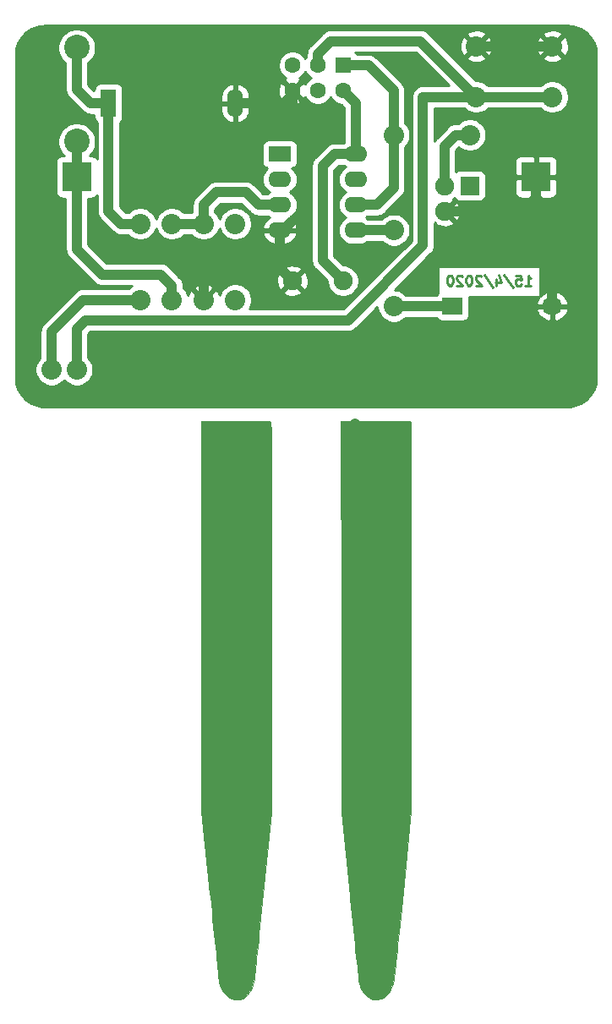
<source format=gbr>
G04 #@! TF.GenerationSoftware,KiCad,Pcbnew,(5.1.0)-1*
G04 #@! TF.CreationDate,2020-04-16T11:46:00+01:00*
G04 #@! TF.ProjectId,SolarSoilSensor,536f6c61-7253-46f6-996c-53656e736f72,rev?*
G04 #@! TF.SameCoordinates,PX5faea10PY77e7cd0*
G04 #@! TF.FileFunction,Copper,L2,Bot*
G04 #@! TF.FilePolarity,Positive*
%FSLAX46Y46*%
G04 Gerber Fmt 4.6, Leading zero omitted, Abs format (unit mm)*
G04 Created by KiCad (PCBNEW (5.1.0)-1) date 2020-04-16 11:46:00*
%MOMM*%
%LPD*%
G04 APERTURE LIST*
%ADD10C,0.250000*%
%ADD11C,0.010000*%
%ADD12C,2.032000*%
%ADD13R,2.032000X1.727200*%
%ADD14O,2.032000X1.727200*%
%ADD15R,3.000000X3.000000*%
%ADD16C,1.524000*%
%ADD17R,1.600000X2.800000*%
%ADD18O,1.600000X2.800000*%
%ADD19C,2.540000*%
%ADD20O,2.286000X1.574800*%
%ADD21R,2.286000X1.574800*%
%ADD22C,1.600200*%
%ADD23R,1.600200X1.600200*%
%ADD24R,1.905000X1.905000*%
%ADD25C,1.905000*%
%ADD26C,0.600000*%
%ADD27C,1.000000*%
%ADD28C,0.254000*%
G04 APERTURE END LIST*
D10*
X54419047Y13517620D02*
X54990476Y13517620D01*
X54704761Y13517620D02*
X54704761Y14517620D01*
X54800000Y14374762D01*
X54895238Y14279524D01*
X54990476Y14231905D01*
X53514285Y14517620D02*
X53990476Y14517620D01*
X54038095Y14041429D01*
X53990476Y14089048D01*
X53895238Y14136667D01*
X53657142Y14136667D01*
X53561904Y14089048D01*
X53514285Y14041429D01*
X53466666Y13946191D01*
X53466666Y13708096D01*
X53514285Y13612858D01*
X53561904Y13565239D01*
X53657142Y13517620D01*
X53895238Y13517620D01*
X53990476Y13565239D01*
X54038095Y13612858D01*
X52323809Y14565239D02*
X53180952Y13279524D01*
X51561904Y14184286D02*
X51561904Y13517620D01*
X51800000Y14565239D02*
X52038095Y13850953D01*
X51419047Y13850953D01*
X50323809Y14565239D02*
X51180952Y13279524D01*
X50038095Y14422381D02*
X49990476Y14470000D01*
X49895238Y14517620D01*
X49657142Y14517620D01*
X49561904Y14470000D01*
X49514285Y14422381D01*
X49466666Y14327143D01*
X49466666Y14231905D01*
X49514285Y14089048D01*
X50085714Y13517620D01*
X49466666Y13517620D01*
X48847619Y14517620D02*
X48752380Y14517620D01*
X48657142Y14470000D01*
X48609523Y14422381D01*
X48561904Y14327143D01*
X48514285Y14136667D01*
X48514285Y13898572D01*
X48561904Y13708096D01*
X48609523Y13612858D01*
X48657142Y13565239D01*
X48752380Y13517620D01*
X48847619Y13517620D01*
X48942857Y13565239D01*
X48990476Y13612858D01*
X49038095Y13708096D01*
X49085714Y13898572D01*
X49085714Y14136667D01*
X49038095Y14327143D01*
X48990476Y14422381D01*
X48942857Y14470000D01*
X48847619Y14517620D01*
X48133333Y14422381D02*
X48085714Y14470000D01*
X47990476Y14517620D01*
X47752380Y14517620D01*
X47657142Y14470000D01*
X47609523Y14422381D01*
X47561904Y14327143D01*
X47561904Y14231905D01*
X47609523Y14089048D01*
X48180952Y13517620D01*
X47561904Y13517620D01*
X46942857Y14517620D02*
X46847619Y14517620D01*
X46752380Y14470000D01*
X46704761Y14422381D01*
X46657142Y14327143D01*
X46609523Y14136667D01*
X46609523Y13898572D01*
X46657142Y13708096D01*
X46704761Y13612858D01*
X46752380Y13565239D01*
X46847619Y13517620D01*
X46942857Y13517620D01*
X47038095Y13565239D01*
X47085714Y13612858D01*
X47133333Y13708096D01*
X47180952Y13898572D01*
X47180952Y14136667D01*
X47133333Y14327143D01*
X47085714Y14422381D01*
X47038095Y14470000D01*
X46942857Y14517620D01*
D11*
G36*
X40030948Y-42373D02*
G01*
X40570598Y-42583D01*
X41036714Y-43097D01*
X41434863Y-44049D01*
X41770611Y-45572D01*
X42049525Y-47802D01*
X42277171Y-50873D01*
X42459115Y-54918D01*
X42600925Y-60071D01*
X42708167Y-66467D01*
X42786406Y-74241D01*
X42841211Y-83525D01*
X42878146Y-94454D01*
X42902779Y-107162D01*
X42920676Y-121784D01*
X42926000Y-127000D01*
X42932657Y-134160D01*
X42938956Y-143489D01*
X42944906Y-157276D01*
X42950517Y-177811D01*
X42955800Y-207384D01*
X42960764Y-248284D01*
X42965420Y-302801D01*
X42969776Y-373226D01*
X42973843Y-461846D01*
X42977632Y-570954D01*
X42981151Y-702837D01*
X42984411Y-859787D01*
X42987421Y-1044092D01*
X42990193Y-1258043D01*
X42992734Y-1503929D01*
X42995056Y-1784040D01*
X42997169Y-2100666D01*
X42999082Y-2456096D01*
X43000805Y-2852620D01*
X43002348Y-3292529D01*
X43003721Y-3778111D01*
X43004934Y-4311657D01*
X43005997Y-4895456D01*
X43006919Y-5531798D01*
X43007712Y-6222973D01*
X43008384Y-6971270D01*
X43008945Y-7778980D01*
X43009406Y-8648392D01*
X43009777Y-9581795D01*
X43010066Y-10581480D01*
X43010285Y-11649737D01*
X43010443Y-12788854D01*
X43010550Y-14001123D01*
X43010616Y-15288832D01*
X43010651Y-16654271D01*
X43010664Y-18099730D01*
X43010667Y-19627500D01*
X43010667Y-39135342D01*
X42185673Y-47243088D01*
X42101346Y-48070878D01*
X42018688Y-48880426D01*
X41938157Y-49667337D01*
X41860209Y-50427214D01*
X41785301Y-51155662D01*
X41713890Y-51848284D01*
X41646433Y-52500685D01*
X41583386Y-53108469D01*
X41525207Y-53667241D01*
X41472352Y-54172603D01*
X41425278Y-54620160D01*
X41384442Y-55005517D01*
X41350300Y-55324277D01*
X41323310Y-55572045D01*
X41303928Y-55744425D01*
X41292611Y-55837020D01*
X41292521Y-55837667D01*
X41256423Y-56062990D01*
X41212837Y-56286513D01*
X41168055Y-56477933D01*
X41138726Y-56578500D01*
X40974997Y-56964972D01*
X40765440Y-57298333D01*
X40516789Y-57572486D01*
X40235780Y-57781337D01*
X39929151Y-57918790D01*
X39603637Y-57978748D01*
X39590611Y-57979435D01*
X39421291Y-57981450D01*
X39266711Y-57973050D01*
X39174534Y-57958994D01*
X38859347Y-57835466D01*
X38567670Y-57638568D01*
X38307497Y-57378161D01*
X38086822Y-57064107D01*
X37913638Y-56706268D01*
X37795940Y-56314506D01*
X37781021Y-56239833D01*
X37770451Y-56164049D01*
X37751715Y-56008270D01*
X37725263Y-55776729D01*
X37691544Y-55473658D01*
X37651008Y-55103288D01*
X37604105Y-54669854D01*
X37551283Y-54177586D01*
X37492992Y-53630717D01*
X37429683Y-53033480D01*
X37361804Y-52390107D01*
X37289804Y-51704830D01*
X37214135Y-50981881D01*
X37135244Y-50225494D01*
X37053581Y-49439900D01*
X36969597Y-48629331D01*
X36883740Y-47798020D01*
X36861543Y-47582667D01*
X36004500Y-39264167D01*
X35993781Y-19653250D01*
X35983063Y-42333D01*
X39412198Y-42333D01*
X40030948Y-42373D01*
X40030948Y-42373D01*
G37*
X40030948Y-42373D02*
X40570598Y-42583D01*
X41036714Y-43097D01*
X41434863Y-44049D01*
X41770611Y-45572D01*
X42049525Y-47802D01*
X42277171Y-50873D01*
X42459115Y-54918D01*
X42600925Y-60071D01*
X42708167Y-66467D01*
X42786406Y-74241D01*
X42841211Y-83525D01*
X42878146Y-94454D01*
X42902779Y-107162D01*
X42920676Y-121784D01*
X42926000Y-127000D01*
X42932657Y-134160D01*
X42938956Y-143489D01*
X42944906Y-157276D01*
X42950517Y-177811D01*
X42955800Y-207384D01*
X42960764Y-248284D01*
X42965420Y-302801D01*
X42969776Y-373226D01*
X42973843Y-461846D01*
X42977632Y-570954D01*
X42981151Y-702837D01*
X42984411Y-859787D01*
X42987421Y-1044092D01*
X42990193Y-1258043D01*
X42992734Y-1503929D01*
X42995056Y-1784040D01*
X42997169Y-2100666D01*
X42999082Y-2456096D01*
X43000805Y-2852620D01*
X43002348Y-3292529D01*
X43003721Y-3778111D01*
X43004934Y-4311657D01*
X43005997Y-4895456D01*
X43006919Y-5531798D01*
X43007712Y-6222973D01*
X43008384Y-6971270D01*
X43008945Y-7778980D01*
X43009406Y-8648392D01*
X43009777Y-9581795D01*
X43010066Y-10581480D01*
X43010285Y-11649737D01*
X43010443Y-12788854D01*
X43010550Y-14001123D01*
X43010616Y-15288832D01*
X43010651Y-16654271D01*
X43010664Y-18099730D01*
X43010667Y-19627500D01*
X43010667Y-39135342D01*
X42185673Y-47243088D01*
X42101346Y-48070878D01*
X42018688Y-48880426D01*
X41938157Y-49667337D01*
X41860209Y-50427214D01*
X41785301Y-51155662D01*
X41713890Y-51848284D01*
X41646433Y-52500685D01*
X41583386Y-53108469D01*
X41525207Y-53667241D01*
X41472352Y-54172603D01*
X41425278Y-54620160D01*
X41384442Y-55005517D01*
X41350300Y-55324277D01*
X41323310Y-55572045D01*
X41303928Y-55744425D01*
X41292611Y-55837020D01*
X41292521Y-55837667D01*
X41256423Y-56062990D01*
X41212837Y-56286513D01*
X41168055Y-56477933D01*
X41138726Y-56578500D01*
X40974997Y-56964972D01*
X40765440Y-57298333D01*
X40516789Y-57572486D01*
X40235780Y-57781337D01*
X39929151Y-57918790D01*
X39603637Y-57978748D01*
X39590611Y-57979435D01*
X39421291Y-57981450D01*
X39266711Y-57973050D01*
X39174534Y-57958994D01*
X38859347Y-57835466D01*
X38567670Y-57638568D01*
X38307497Y-57378161D01*
X38086822Y-57064107D01*
X37913638Y-56706268D01*
X37795940Y-56314506D01*
X37781021Y-56239833D01*
X37770451Y-56164049D01*
X37751715Y-56008270D01*
X37725263Y-55776729D01*
X37691544Y-55473658D01*
X37651008Y-55103288D01*
X37604105Y-54669854D01*
X37551283Y-54177586D01*
X37492992Y-53630717D01*
X37429683Y-53033480D01*
X37361804Y-52390107D01*
X37289804Y-51704830D01*
X37214135Y-50981881D01*
X37135244Y-50225494D01*
X37053581Y-49439900D01*
X36969597Y-48629331D01*
X36883740Y-47798020D01*
X36861543Y-47582667D01*
X36004500Y-39264167D01*
X35993781Y-19653250D01*
X35983063Y-42333D01*
X39412198Y-42333D01*
X40030948Y-42373D01*
G36*
X25435842Y-52183D02*
G01*
X26070675Y-54489D01*
X26625918Y-57000D01*
X27106649Y-59818D01*
X27517942Y-63044D01*
X27864876Y-66779D01*
X28152526Y-71123D01*
X28385969Y-76177D01*
X28570282Y-82042D01*
X28710542Y-88820D01*
X28811825Y-96611D01*
X28879207Y-105516D01*
X28917766Y-115635D01*
X28928342Y-121600D01*
X28933849Y-130139D01*
X28939061Y-147869D01*
X28943986Y-177048D01*
X28948633Y-219934D01*
X28953009Y-278786D01*
X28957122Y-355861D01*
X28960980Y-453418D01*
X28964592Y-573714D01*
X28967965Y-719009D01*
X28971108Y-891559D01*
X28974028Y-1093624D01*
X28976734Y-1327461D01*
X28979234Y-1595328D01*
X28981535Y-1899484D01*
X28983647Y-2242187D01*
X28985576Y-2625694D01*
X28987330Y-3052265D01*
X28988919Y-3524156D01*
X28990350Y-4043627D01*
X28991631Y-4612934D01*
X28992770Y-5234338D01*
X28993775Y-5910095D01*
X28994655Y-6642463D01*
X28995417Y-7433702D01*
X28996069Y-8286068D01*
X28996619Y-9201821D01*
X28997076Y-10183218D01*
X28997447Y-11232517D01*
X28997741Y-12351976D01*
X28997966Y-13543854D01*
X28998129Y-14810409D01*
X28998239Y-16153899D01*
X28998304Y-17576582D01*
X28998331Y-19080716D01*
X28998334Y-19743583D01*
X28998334Y-39307466D01*
X28171963Y-47413816D01*
X28087558Y-48240754D01*
X28004854Y-49049009D01*
X27924305Y-49834216D01*
X27846368Y-50592011D01*
X27771496Y-51318032D01*
X27700146Y-52007914D01*
X27632772Y-52657294D01*
X27569831Y-53261808D01*
X27511777Y-53817092D01*
X27459065Y-54318783D01*
X27412151Y-54762517D01*
X27371489Y-55143929D01*
X27337537Y-55458658D01*
X27310747Y-55702337D01*
X27291577Y-55870605D01*
X27280480Y-55959097D01*
X27280331Y-55960109D01*
X27176906Y-56452526D01*
X27022589Y-56883013D01*
X26818729Y-57249343D01*
X26566678Y-57549287D01*
X26267785Y-57780614D01*
X26132399Y-57854918D01*
X25870779Y-57947061D01*
X25579000Y-57990354D01*
X25287868Y-57983150D01*
X25028186Y-57923800D01*
X25005767Y-57915188D01*
X24684765Y-57741817D01*
X24397506Y-57495997D01*
X24151468Y-57185767D01*
X23954128Y-56819168D01*
X23927669Y-56756057D01*
X23847925Y-56526655D01*
X23779903Y-56271768D01*
X23730884Y-56023588D01*
X23708148Y-55814310D01*
X23707402Y-55782038D01*
X23703038Y-55724167D01*
X23690376Y-55586222D01*
X23669834Y-55372346D01*
X23641833Y-55086683D01*
X23606791Y-54733375D01*
X23565127Y-54316564D01*
X23517261Y-53840395D01*
X23463611Y-53309010D01*
X23404598Y-52726552D01*
X23340640Y-52097164D01*
X23272156Y-51424989D01*
X23199565Y-50714170D01*
X23123287Y-49968850D01*
X23043742Y-49193172D01*
X22961347Y-48391278D01*
X22876523Y-47567312D01*
X22860000Y-47406997D01*
X22013334Y-39193418D01*
X22013334Y-40866D01*
X25435842Y-52183D01*
X25435842Y-52183D01*
G37*
X25435842Y-52183D02*
X26070675Y-54489D01*
X26625918Y-57000D01*
X27106649Y-59818D01*
X27517942Y-63044D01*
X27864876Y-66779D01*
X28152526Y-71123D01*
X28385969Y-76177D01*
X28570282Y-82042D01*
X28710542Y-88820D01*
X28811825Y-96611D01*
X28879207Y-105516D01*
X28917766Y-115635D01*
X28928342Y-121600D01*
X28933849Y-130139D01*
X28939061Y-147869D01*
X28943986Y-177048D01*
X28948633Y-219934D01*
X28953009Y-278786D01*
X28957122Y-355861D01*
X28960980Y-453418D01*
X28964592Y-573714D01*
X28967965Y-719009D01*
X28971108Y-891559D01*
X28974028Y-1093624D01*
X28976734Y-1327461D01*
X28979234Y-1595328D01*
X28981535Y-1899484D01*
X28983647Y-2242187D01*
X28985576Y-2625694D01*
X28987330Y-3052265D01*
X28988919Y-3524156D01*
X28990350Y-4043627D01*
X28991631Y-4612934D01*
X28992770Y-5234338D01*
X28993775Y-5910095D01*
X28994655Y-6642463D01*
X28995417Y-7433702D01*
X28996069Y-8286068D01*
X28996619Y-9201821D01*
X28997076Y-10183218D01*
X28997447Y-11232517D01*
X28997741Y-12351976D01*
X28997966Y-13543854D01*
X28998129Y-14810409D01*
X28998239Y-16153899D01*
X28998304Y-17576582D01*
X28998331Y-19080716D01*
X28998334Y-19743583D01*
X28998334Y-39307466D01*
X28171963Y-47413816D01*
X28087558Y-48240754D01*
X28004854Y-49049009D01*
X27924305Y-49834216D01*
X27846368Y-50592011D01*
X27771496Y-51318032D01*
X27700146Y-52007914D01*
X27632772Y-52657294D01*
X27569831Y-53261808D01*
X27511777Y-53817092D01*
X27459065Y-54318783D01*
X27412151Y-54762517D01*
X27371489Y-55143929D01*
X27337537Y-55458658D01*
X27310747Y-55702337D01*
X27291577Y-55870605D01*
X27280480Y-55959097D01*
X27280331Y-55960109D01*
X27176906Y-56452526D01*
X27022589Y-56883013D01*
X26818729Y-57249343D01*
X26566678Y-57549287D01*
X26267785Y-57780614D01*
X26132399Y-57854918D01*
X25870779Y-57947061D01*
X25579000Y-57990354D01*
X25287868Y-57983150D01*
X25028186Y-57923800D01*
X25005767Y-57915188D01*
X24684765Y-57741817D01*
X24397506Y-57495997D01*
X24151468Y-57185767D01*
X23954128Y-56819168D01*
X23927669Y-56756057D01*
X23847925Y-56526655D01*
X23779903Y-56271768D01*
X23730884Y-56023588D01*
X23708148Y-55814310D01*
X23707402Y-55782038D01*
X23703038Y-55724167D01*
X23690376Y-55586222D01*
X23669834Y-55372346D01*
X23641833Y-55086683D01*
X23606791Y-54733375D01*
X23565127Y-54316564D01*
X23517261Y-53840395D01*
X23463611Y-53309010D01*
X23404598Y-52726552D01*
X23340640Y-52097164D01*
X23272156Y-51424989D01*
X23199565Y-50714170D01*
X23123287Y-49968850D01*
X23043742Y-49193172D01*
X22961347Y-48391278D01*
X22876523Y-47567312D01*
X22860000Y-47406997D01*
X22013334Y-39193418D01*
X22013334Y-40866D01*
X25435842Y-52183D01*
D12*
X19050000Y19685000D03*
X19050000Y12065000D03*
X22225000Y12065000D03*
X22225000Y19685000D03*
X25400000Y12065000D03*
X25400000Y19685000D03*
X41275000Y19050000D03*
X41275000Y11430000D03*
X41275000Y28575000D03*
X48895000Y28575000D03*
X15875000Y19685000D03*
X15875000Y12065000D03*
D13*
X47150000Y11430000D03*
D14*
X57150000Y11430000D03*
D15*
X55515000Y24370000D03*
X9515000Y24370000D03*
D16*
X37385000Y-1390000D03*
X27385000Y-1390000D03*
D17*
X12700000Y31750000D03*
D18*
X25400000Y31750000D03*
D19*
X9525000Y37338000D03*
X9525000Y27940000D03*
D12*
X6985000Y5080000D03*
X9525000Y5080000D03*
D20*
X37465000Y26670000D03*
X37465000Y24130000D03*
X37465000Y21590000D03*
X37465000Y19050000D03*
X29845000Y19050000D03*
X29845000Y21590000D03*
X29845000Y24130000D03*
D21*
X29845000Y26670000D03*
D22*
X31115000Y33020000D03*
X31115000Y35560000D03*
X33655000Y33020000D03*
X33655000Y35560000D03*
X36195000Y33020000D03*
D23*
X36195000Y35560000D03*
D24*
X48895000Y23495000D03*
D25*
X46355000Y23495000D03*
X46355000Y20955000D03*
D12*
X57150000Y37465000D03*
X57150000Y32385000D03*
X49530000Y37465000D03*
X49530000Y32385000D03*
D25*
X36195000Y13970000D03*
X31115000Y13970000D03*
D26*
X37000000Y-10000000D03*
X38000000Y-10000000D03*
X39000000Y-10000000D03*
X40000000Y-10000000D03*
X41000000Y-10000000D03*
X42000000Y-10000000D03*
X37000000Y-15000000D03*
X41000000Y-15000000D03*
X39000000Y-15000000D03*
X40000000Y-15000000D03*
X42000000Y-15000000D03*
X38000000Y-15000000D03*
X41000000Y-30000000D03*
X40000000Y-20000000D03*
X38000000Y-30000000D03*
X39000000Y-25000000D03*
X37000000Y-20000000D03*
X40000000Y-30000000D03*
X38000000Y-20000000D03*
X42000000Y-30000000D03*
X42000000Y-20000000D03*
X41000000Y-20000000D03*
X37000000Y-30000000D03*
X37000000Y-25000000D03*
X39000000Y-30000000D03*
X42000000Y-25000000D03*
X40000000Y-25000000D03*
X38000000Y-25000000D03*
X41000000Y-25000000D03*
X39000000Y-20000000D03*
X42000000Y-40000000D03*
X40000000Y-45000000D03*
X38000000Y-35000000D03*
X40000000Y-35000000D03*
X40000000Y-40000000D03*
X38000000Y-40000000D03*
X39000000Y-35000000D03*
X41000000Y-40000000D03*
X37000000Y-35000000D03*
X39000000Y-40000000D03*
X41000000Y-35000000D03*
X37000000Y-40000000D03*
X39000000Y-45000000D03*
X42000000Y-35000000D03*
X41000000Y-45000000D03*
X38000000Y-45000000D03*
X28000000Y-25000000D03*
X26000000Y-30000000D03*
X26000000Y-15000000D03*
X24000000Y-20000000D03*
X26000000Y-20000000D03*
X26000000Y-25000000D03*
X24000000Y-25000000D03*
X25000000Y-20000000D03*
X27000000Y-25000000D03*
X23000000Y-20000000D03*
X25000000Y-25000000D03*
X23000000Y-10000000D03*
X23000000Y-15000000D03*
X24000000Y-15000000D03*
X27000000Y-20000000D03*
X27000000Y-10000000D03*
X25000000Y-10000000D03*
X26000000Y-10000000D03*
X23000000Y-30000000D03*
X23000000Y-25000000D03*
X25000000Y-30000000D03*
X28000000Y-20000000D03*
X27000000Y-30000000D03*
X28000000Y-10000000D03*
X28000000Y-15000000D03*
X27000000Y-15000000D03*
X28000000Y-30000000D03*
X24000000Y-30000000D03*
X24000000Y-10000000D03*
X25000000Y-15000000D03*
X27000000Y-45000000D03*
X25000000Y-40000000D03*
X26000000Y-35000000D03*
X27000000Y-35000000D03*
X28000000Y-35000000D03*
X25000000Y-45000000D03*
X23000000Y-40000000D03*
X24000000Y-40000000D03*
X28000000Y-40000000D03*
X23000000Y-35000000D03*
X27000000Y-40000000D03*
X25000000Y-35000000D03*
X26000000Y-40000000D03*
X24000000Y-35000000D03*
X26000000Y-45000000D03*
X24000000Y-45000000D03*
D27*
X49530000Y37465000D02*
X57150000Y37465000D01*
X57150000Y20613680D02*
X57150000Y12700000D01*
X55515000Y22248680D02*
X57150000Y20613680D01*
X55515000Y24370000D02*
X55515000Y22248680D01*
X57150000Y12700000D02*
X57150000Y13970000D01*
X57150000Y12700000D02*
X57150000Y11430000D01*
X31115000Y13970000D02*
X29845000Y15240000D01*
X29845000Y15240000D02*
X29845000Y19050000D01*
X27200000Y31750000D02*
X25400000Y31750000D01*
X30861000Y30099000D02*
X28851000Y30099000D01*
X28851000Y30099000D02*
X27200000Y31750000D01*
X30861000Y31634488D02*
X30861000Y30099000D01*
X31115000Y31888488D02*
X30861000Y31634488D01*
X31115000Y33020000D02*
X31115000Y31888488D01*
X22225000Y12065000D02*
X22225000Y14224000D01*
X23241000Y15240000D02*
X29845000Y15240000D01*
X22225000Y14224000D02*
X23241000Y15240000D01*
X54221320Y20955000D02*
X55515000Y22248680D01*
X46355000Y20955000D02*
X54221320Y20955000D01*
X32131000Y28829000D02*
X30861000Y30099000D01*
X32131000Y20955000D02*
X32131000Y28829000D01*
X30226000Y19050000D02*
X32131000Y20955000D01*
X29845000Y19050000D02*
X30226000Y19050000D01*
X9515000Y27930000D02*
X9525000Y27940000D01*
X9515000Y24370000D02*
X9515000Y27930000D01*
X19050000Y13501840D02*
X17946840Y14605000D01*
X19050000Y12065000D02*
X19050000Y13501840D01*
X17946840Y14605000D02*
X12065000Y14605000D01*
X9515000Y17155000D02*
X9515000Y24370000D01*
X12065000Y14605000D02*
X9515000Y17155000D01*
X10900000Y31750000D02*
X12700000Y31750000D01*
X9525000Y33125000D02*
X10900000Y31750000D01*
X9525000Y37338000D02*
X9525000Y33125000D01*
X13970000Y19685000D02*
X15875000Y19685000D01*
X12700000Y31750000D02*
X12700000Y20955000D01*
X12700000Y20955000D02*
X13970000Y19685000D01*
X37465000Y31750000D02*
X36195000Y33020000D01*
X37465000Y26670000D02*
X37465000Y31750000D01*
X35322000Y26670000D02*
X37465000Y26670000D01*
X34163000Y25511000D02*
X35322000Y26670000D01*
X34163000Y16002000D02*
X34163000Y25511000D01*
X36195000Y13970000D02*
X34163000Y16002000D01*
X46355000Y23495000D02*
X46355000Y27305000D01*
X46355000Y27471840D02*
X46355000Y27305000D01*
X47458160Y28575000D02*
X46355000Y27471840D01*
X48895000Y28575000D02*
X47458160Y28575000D01*
X19050000Y19685000D02*
X22225000Y19685000D01*
X27702000Y21590000D02*
X26432000Y22860000D01*
X29845000Y21590000D02*
X27702000Y21590000D01*
X26432000Y22860000D02*
X23495000Y22860000D01*
X23495000Y22860000D02*
X22225000Y21590000D01*
X22225000Y21590000D02*
X22225000Y19685000D01*
X37385000Y-1390000D02*
X37385000Y-312370D01*
X49530000Y32385000D02*
X57150000Y32385000D01*
X33655000Y36691512D02*
X34936488Y37973000D01*
X33655000Y35560000D02*
X33655000Y36691512D01*
X43942000Y37973000D02*
X49530000Y32385000D01*
X34936488Y37973000D02*
X43942000Y37973000D01*
X44196000Y32385000D02*
X49530000Y32385000D01*
X44196000Y17526000D02*
X44196000Y32385000D01*
X36703000Y10033000D02*
X44196000Y17526000D01*
X10414000Y10033000D02*
X36703000Y10033000D01*
X9525000Y9144000D02*
X10414000Y10033000D01*
X9525000Y5080000D02*
X9525000Y9144000D01*
X6985000Y5080000D02*
X6985000Y8890000D01*
X6985000Y8890000D02*
X10160000Y12065000D01*
X10160000Y12065000D02*
X15875000Y12065000D01*
X39608000Y21590000D02*
X41275000Y23257000D01*
X37465000Y21590000D02*
X39608000Y21590000D01*
X41275000Y23257000D02*
X41275000Y28575000D01*
X38735000Y35560000D02*
X36195000Y35560000D01*
X41275000Y28575000D02*
X41275000Y33020000D01*
X41275000Y33020000D02*
X38735000Y35560000D01*
X37465000Y19050000D02*
X41275000Y19050000D01*
X41275000Y11430000D02*
X47150000Y11430000D01*
D28*
G36*
X58940621Y39509494D02*
G01*
X59229965Y39465571D01*
X59508477Y39394276D01*
X59775151Y39297021D01*
X60028789Y39175168D01*
X60268016Y39030105D01*
X60491410Y38863228D01*
X60697465Y38675991D01*
X60884673Y38469886D01*
X61051517Y38246449D01*
X61196557Y38007164D01*
X61318382Y37753489D01*
X61415617Y37486770D01*
X61486901Y37208196D01*
X61530814Y36918820D01*
X61546696Y36602200D01*
X61546695Y4318110D01*
X61530814Y4001510D01*
X61486901Y3712133D01*
X61415617Y3433560D01*
X61318378Y3166835D01*
X61196558Y2913167D01*
X61051517Y2673883D01*
X60884674Y2450445D01*
X60697463Y2244336D01*
X60491413Y2057104D01*
X60268011Y1890221D01*
X60028780Y1745156D01*
X59775159Y1623311D01*
X59508480Y1526053D01*
X59229965Y1454758D01*
X58940621Y1410835D01*
X58664927Y1397000D01*
X33537758Y1397000D01*
X33529128Y1398061D01*
X33514820Y1397000D01*
X31448906Y1397000D01*
X31434595Y1398063D01*
X31425940Y1397000D01*
X6298727Y1397000D01*
X6023034Y1410835D01*
X5733689Y1454758D01*
X5455178Y1526052D01*
X5188499Y1623310D01*
X4934870Y1745158D01*
X4695645Y1890219D01*
X4472245Y2057102D01*
X4266192Y2244336D01*
X4078985Y2450442D01*
X3912139Y2673882D01*
X3767099Y2913166D01*
X3645274Y3166842D01*
X3548038Y3433563D01*
X3476753Y3712135D01*
X3432841Y4001510D01*
X3416960Y4318110D01*
X3416960Y5242609D01*
X5334000Y5242609D01*
X5334000Y4917391D01*
X5397447Y4598421D01*
X5521903Y4297958D01*
X5702585Y4027549D01*
X5932549Y3797585D01*
X6202958Y3616903D01*
X6503421Y3492447D01*
X6822391Y3429000D01*
X7147609Y3429000D01*
X7466579Y3492447D01*
X7767042Y3616903D01*
X8037451Y3797585D01*
X8255000Y4015134D01*
X8472549Y3797585D01*
X8742958Y3616903D01*
X9043421Y3492447D01*
X9362391Y3429000D01*
X9687609Y3429000D01*
X10006579Y3492447D01*
X10307042Y3616903D01*
X10577451Y3797585D01*
X10807415Y4027549D01*
X10988097Y4297958D01*
X11112553Y4598421D01*
X11176000Y4917391D01*
X11176000Y5242609D01*
X11112553Y5561579D01*
X10988097Y5862042D01*
X10807415Y6132451D01*
X10660000Y6279866D01*
X10660000Y8673869D01*
X10884132Y8898000D01*
X36647249Y8898000D01*
X36703000Y8892509D01*
X36758751Y8898000D01*
X36758752Y8898000D01*
X36925499Y8914423D01*
X37139447Y8979324D01*
X37336623Y9084716D01*
X37509449Y9226551D01*
X37544996Y9269865D01*
X39624000Y11348869D01*
X39624000Y11267391D01*
X39687447Y10948421D01*
X39811903Y10647958D01*
X39992585Y10377549D01*
X40222549Y10147585D01*
X40492958Y9966903D01*
X40793421Y9842447D01*
X41112391Y9779000D01*
X41437609Y9779000D01*
X41756579Y9842447D01*
X42057042Y9966903D01*
X42327451Y10147585D01*
X42474866Y10295000D01*
X45559048Y10295000D01*
X45603463Y10211906D01*
X45682815Y10115215D01*
X45779506Y10035863D01*
X45889820Y9976898D01*
X46009518Y9940588D01*
X46134000Y9928328D01*
X48166000Y9928328D01*
X48290482Y9940588D01*
X48410180Y9976898D01*
X48520494Y10035863D01*
X48617185Y10115215D01*
X48696537Y10211906D01*
X48755502Y10322220D01*
X48791812Y10441918D01*
X48804072Y10566400D01*
X48804072Y11070974D01*
X55542642Y11070974D01*
X55545291Y11055211D01*
X55646314Y10779081D01*
X55799267Y10527965D01*
X55998271Y10311514D01*
X56235679Y10138046D01*
X56502367Y10014227D01*
X56788086Y9944815D01*
X57023000Y10089075D01*
X57023000Y11303000D01*
X57277000Y11303000D01*
X57277000Y10089075D01*
X57511914Y9944815D01*
X57797633Y10014227D01*
X58064321Y10138046D01*
X58301729Y10311514D01*
X58500733Y10527965D01*
X58653686Y10779081D01*
X58754709Y11055211D01*
X58757358Y11070974D01*
X58636217Y11303000D01*
X57277000Y11303000D01*
X57023000Y11303000D01*
X55663783Y11303000D01*
X55542642Y11070974D01*
X48804072Y11070974D01*
X48804072Y12293600D01*
X48796794Y12367500D01*
X55831873Y12367500D01*
X55799267Y12332035D01*
X55646314Y12080919D01*
X55545291Y11804789D01*
X55542642Y11789026D01*
X55663783Y11557000D01*
X57023000Y11557000D01*
X57023000Y12770925D01*
X57277000Y12770925D01*
X57277000Y11557000D01*
X58636217Y11557000D01*
X58757358Y11789026D01*
X58754709Y11804789D01*
X58653686Y12080919D01*
X58500733Y12332035D01*
X58301729Y12548486D01*
X58064321Y12721954D01*
X57797633Y12845773D01*
X57511914Y12915185D01*
X57277000Y12770925D01*
X57023000Y12770925D01*
X56788086Y12915185D01*
X56502367Y12845773D01*
X56235679Y12721954D01*
X55998271Y12548486D01*
X55940953Y12486143D01*
X55940953Y15387500D01*
X45659048Y15387500D01*
X45659048Y12715825D01*
X45603463Y12648094D01*
X45559048Y12565000D01*
X42474866Y12565000D01*
X42327451Y12712415D01*
X42057042Y12893097D01*
X41756579Y13017553D01*
X41437609Y13081000D01*
X41356132Y13081000D01*
X44959141Y16684009D01*
X45002449Y16719551D01*
X45144284Y16892377D01*
X45249676Y17089553D01*
X45314577Y17303501D01*
X45331000Y17470248D01*
X45331000Y17470255D01*
X45336490Y17525999D01*
X45331000Y17581743D01*
X45331000Y19751392D01*
X45433071Y19853463D01*
X45523098Y19593919D01*
X45804616Y19457776D01*
X46107286Y19379171D01*
X46419474Y19361123D01*
X46729185Y19404328D01*
X47024516Y19507123D01*
X47186902Y19593919D01*
X47276930Y19853465D01*
X46355000Y20775395D01*
X46340858Y20761252D01*
X46161253Y20940857D01*
X46175395Y20955000D01*
X46534605Y20955000D01*
X47456535Y20033070D01*
X47716081Y20123098D01*
X47852224Y20404616D01*
X47930829Y20707286D01*
X47948877Y21019474D01*
X47905672Y21329185D01*
X47802877Y21624516D01*
X47716081Y21786902D01*
X47456535Y21876930D01*
X46534605Y20955000D01*
X46175395Y20955000D01*
X46161253Y20969142D01*
X46340858Y21148747D01*
X46355000Y21134605D01*
X47276930Y22056535D01*
X47236039Y22174422D01*
X47366972Y22261908D01*
X47370549Y22265485D01*
X47411963Y22188006D01*
X47491315Y22091315D01*
X47588006Y22011963D01*
X47698320Y21952998D01*
X47818018Y21916688D01*
X47942500Y21904428D01*
X49847500Y21904428D01*
X49971982Y21916688D01*
X50091680Y21952998D01*
X50201994Y22011963D01*
X50298685Y22091315D01*
X50378037Y22188006D01*
X50437002Y22298320D01*
X50473312Y22418018D01*
X50485572Y22542500D01*
X50485572Y22870000D01*
X53376928Y22870000D01*
X53389188Y22745518D01*
X53425498Y22625820D01*
X53484463Y22515506D01*
X53563815Y22418815D01*
X53660506Y22339463D01*
X53770820Y22280498D01*
X53890518Y22244188D01*
X54015000Y22231928D01*
X55229250Y22235000D01*
X55388000Y22393750D01*
X55388000Y24243000D01*
X55642000Y24243000D01*
X55642000Y22393750D01*
X55800750Y22235000D01*
X57015000Y22231928D01*
X57139482Y22244188D01*
X57259180Y22280498D01*
X57369494Y22339463D01*
X57466185Y22418815D01*
X57545537Y22515506D01*
X57604502Y22625820D01*
X57640812Y22745518D01*
X57653072Y22870000D01*
X57650000Y24084250D01*
X57491250Y24243000D01*
X55642000Y24243000D01*
X55388000Y24243000D01*
X53538750Y24243000D01*
X53380000Y24084250D01*
X53376928Y22870000D01*
X50485572Y22870000D01*
X50485572Y24447500D01*
X50473312Y24571982D01*
X50437002Y24691680D01*
X50378037Y24801994D01*
X50298685Y24898685D01*
X50201994Y24978037D01*
X50091680Y25037002D01*
X49971982Y25073312D01*
X49847500Y25085572D01*
X47942500Y25085572D01*
X47818018Y25073312D01*
X47698320Y25037002D01*
X47588006Y24978037D01*
X47491315Y24898685D01*
X47490000Y24897083D01*
X47490000Y25870000D01*
X53376928Y25870000D01*
X53380000Y24655750D01*
X53538750Y24497000D01*
X55388000Y24497000D01*
X55388000Y26346250D01*
X55642000Y26346250D01*
X55642000Y24497000D01*
X57491250Y24497000D01*
X57650000Y24655750D01*
X57653072Y25870000D01*
X57640812Y25994482D01*
X57604502Y26114180D01*
X57545537Y26224494D01*
X57466185Y26321185D01*
X57369494Y26400537D01*
X57259180Y26459502D01*
X57139482Y26495812D01*
X57015000Y26508072D01*
X55800750Y26505000D01*
X55642000Y26346250D01*
X55388000Y26346250D01*
X55229250Y26505000D01*
X54015000Y26508072D01*
X53890518Y26495812D01*
X53770820Y26459502D01*
X53660506Y26400537D01*
X53563815Y26321185D01*
X53484463Y26224494D01*
X53425498Y26114180D01*
X53389188Y25994482D01*
X53376928Y25870000D01*
X47490000Y25870000D01*
X47490000Y27001709D01*
X47811713Y27323421D01*
X47842549Y27292585D01*
X48112958Y27111903D01*
X48413421Y26987447D01*
X48732391Y26924000D01*
X49057609Y26924000D01*
X49376579Y26987447D01*
X49677042Y27111903D01*
X49947451Y27292585D01*
X50177415Y27522549D01*
X50358097Y27792958D01*
X50482553Y28093421D01*
X50546000Y28412391D01*
X50546000Y28737609D01*
X50482553Y29056579D01*
X50358097Y29357042D01*
X50177415Y29627451D01*
X49947451Y29857415D01*
X49677042Y30038097D01*
X49376579Y30162553D01*
X49057609Y30226000D01*
X48732391Y30226000D01*
X48413421Y30162553D01*
X48112958Y30038097D01*
X47842549Y29857415D01*
X47695134Y29710000D01*
X47513912Y29710000D01*
X47458160Y29715491D01*
X47402408Y29710000D01*
X47235661Y29693577D01*
X47021713Y29628676D01*
X46824537Y29523284D01*
X46651711Y29381449D01*
X46616168Y29338140D01*
X45591864Y28313836D01*
X45548551Y28278289D01*
X45406716Y28105463D01*
X45331000Y27963807D01*
X45331000Y31250000D01*
X48330134Y31250000D01*
X48477549Y31102585D01*
X48747958Y30921903D01*
X49048421Y30797447D01*
X49367391Y30734000D01*
X49692609Y30734000D01*
X50011579Y30797447D01*
X50312042Y30921903D01*
X50582451Y31102585D01*
X50729866Y31250000D01*
X55950134Y31250000D01*
X56097549Y31102585D01*
X56367958Y30921903D01*
X56668421Y30797447D01*
X56987391Y30734000D01*
X57312609Y30734000D01*
X57631579Y30797447D01*
X57932042Y30921903D01*
X58202451Y31102585D01*
X58432415Y31332549D01*
X58613097Y31602958D01*
X58737553Y31903421D01*
X58801000Y32222391D01*
X58801000Y32547609D01*
X58737553Y32866579D01*
X58613097Y33167042D01*
X58432415Y33437451D01*
X58202451Y33667415D01*
X57932042Y33848097D01*
X57631579Y33972553D01*
X57312609Y34036000D01*
X56987391Y34036000D01*
X56668421Y33972553D01*
X56367958Y33848097D01*
X56097549Y33667415D01*
X55950134Y33520000D01*
X50729866Y33520000D01*
X50582451Y33667415D01*
X50312042Y33848097D01*
X50011579Y33972553D01*
X49692609Y34036000D01*
X49484132Y34036000D01*
X47201955Y36318177D01*
X48562782Y36318177D01*
X48660478Y36052140D01*
X48952821Y35909652D01*
X49267344Y35826936D01*
X49591962Y35807169D01*
X49914198Y35851112D01*
X50221670Y35957076D01*
X50399522Y36052140D01*
X50497218Y36318177D01*
X56182782Y36318177D01*
X56280478Y36052140D01*
X56572821Y35909652D01*
X56887344Y35826936D01*
X57211962Y35807169D01*
X57534198Y35851112D01*
X57841670Y35957076D01*
X58019522Y36052140D01*
X58117218Y36318177D01*
X57150000Y37285395D01*
X56182782Y36318177D01*
X50497218Y36318177D01*
X49530000Y37285395D01*
X48562782Y36318177D01*
X47201955Y36318177D01*
X46117094Y37403038D01*
X47872169Y37403038D01*
X47916112Y37080802D01*
X48022076Y36773330D01*
X48117140Y36595478D01*
X48383177Y36497782D01*
X49350395Y37465000D01*
X49709605Y37465000D01*
X50676823Y36497782D01*
X50942860Y36595478D01*
X51085348Y36887821D01*
X51168064Y37202344D01*
X51180284Y37403038D01*
X55492169Y37403038D01*
X55536112Y37080802D01*
X55642076Y36773330D01*
X55737140Y36595478D01*
X56003177Y36497782D01*
X56970395Y37465000D01*
X57329605Y37465000D01*
X58296823Y36497782D01*
X58562860Y36595478D01*
X58705348Y36887821D01*
X58788064Y37202344D01*
X58807831Y37526962D01*
X58763888Y37849198D01*
X58657924Y38156670D01*
X58562860Y38334522D01*
X58296823Y38432218D01*
X57329605Y37465000D01*
X56970395Y37465000D01*
X56003177Y38432218D01*
X55737140Y38334522D01*
X55594652Y38042179D01*
X55511936Y37727656D01*
X55492169Y37403038D01*
X51180284Y37403038D01*
X51187831Y37526962D01*
X51143888Y37849198D01*
X51037924Y38156670D01*
X50942860Y38334522D01*
X50676823Y38432218D01*
X49709605Y37465000D01*
X49350395Y37465000D01*
X48383177Y38432218D01*
X48117140Y38334522D01*
X47974652Y38042179D01*
X47891936Y37727656D01*
X47872169Y37403038D01*
X46117094Y37403038D01*
X44908309Y38611823D01*
X48562782Y38611823D01*
X49530000Y37644605D01*
X50497218Y38611823D01*
X56182782Y38611823D01*
X57150000Y37644605D01*
X58117218Y38611823D01*
X58019522Y38877860D01*
X57727179Y39020348D01*
X57412656Y39103064D01*
X57088038Y39122831D01*
X56765802Y39078888D01*
X56458330Y38972924D01*
X56280478Y38877860D01*
X56182782Y38611823D01*
X50497218Y38611823D01*
X50399522Y38877860D01*
X50107179Y39020348D01*
X49792656Y39103064D01*
X49468038Y39122831D01*
X49145802Y39078888D01*
X48838330Y38972924D01*
X48660478Y38877860D01*
X48562782Y38611823D01*
X44908309Y38611823D01*
X44783996Y38736135D01*
X44748449Y38779449D01*
X44575623Y38921284D01*
X44378447Y39026676D01*
X44164499Y39091577D01*
X43997752Y39108000D01*
X43997751Y39108000D01*
X43942000Y39113491D01*
X43886249Y39108000D01*
X34992240Y39108000D01*
X34936488Y39113491D01*
X34880736Y39108000D01*
X34766187Y39096718D01*
X34713989Y39091577D01*
X34500041Y39026676D01*
X34302865Y38921284D01*
X34173344Y38814989D01*
X34173343Y38814988D01*
X34130039Y38779449D01*
X34094501Y38736146D01*
X32891860Y37533503D01*
X32848552Y37497961D01*
X32706717Y37325135D01*
X32601324Y37127959D01*
X32536423Y36914011D01*
X32524609Y36794059D01*
X32514509Y36691512D01*
X32520000Y36635761D01*
X32520000Y36444464D01*
X32385000Y36242422D01*
X32229715Y36474823D01*
X32029823Y36674715D01*
X31794775Y36831769D01*
X31533603Y36939950D01*
X31256345Y36995100D01*
X30973655Y36995100D01*
X30696397Y36939950D01*
X30435225Y36831769D01*
X30200177Y36674715D01*
X30000285Y36474823D01*
X29843231Y36239775D01*
X29735050Y35978603D01*
X29679900Y35701345D01*
X29679900Y35418655D01*
X29735050Y35141397D01*
X29843231Y34880225D01*
X30000285Y34645177D01*
X30200177Y34445285D01*
X30433932Y34289095D01*
X30373426Y34256754D01*
X30301831Y34012774D01*
X31115000Y33199605D01*
X31928169Y34012774D01*
X31856574Y34256754D01*
X31792256Y34287188D01*
X31794775Y34288231D01*
X32029823Y34445285D01*
X32229715Y34645177D01*
X32385000Y34877578D01*
X32540285Y34645177D01*
X32740177Y34445285D01*
X32972578Y34290000D01*
X32740177Y34134715D01*
X32540285Y33934823D01*
X32384095Y33701068D01*
X32351754Y33761574D01*
X32107774Y33833169D01*
X31294605Y33020000D01*
X32107774Y32206831D01*
X32351754Y32278426D01*
X32382188Y32342744D01*
X32383231Y32340225D01*
X32540285Y32105177D01*
X32740177Y31905285D01*
X32975225Y31748231D01*
X33236397Y31640050D01*
X33513655Y31584900D01*
X33796345Y31584900D01*
X34073603Y31640050D01*
X34334775Y31748231D01*
X34569823Y31905285D01*
X34769715Y32105177D01*
X34925000Y32337578D01*
X35080285Y32105177D01*
X35280177Y31905285D01*
X35515225Y31748231D01*
X35776397Y31640050D01*
X36017846Y31592023D01*
X36330001Y31279867D01*
X36330000Y27866245D01*
X36315333Y27858405D01*
X36250259Y27805000D01*
X35377752Y27805000D01*
X35322000Y27810491D01*
X35266248Y27805000D01*
X35099501Y27788577D01*
X34885553Y27723676D01*
X34688377Y27618284D01*
X34558856Y27511989D01*
X34558854Y27511987D01*
X34515551Y27476449D01*
X34480013Y27433146D01*
X33399860Y26352991D01*
X33356552Y26317449D01*
X33214717Y26144623D01*
X33158384Y26039230D01*
X33109324Y25947446D01*
X33044423Y25733498D01*
X33022509Y25511000D01*
X33028001Y25455239D01*
X33028000Y16057752D01*
X33022509Y16002000D01*
X33028000Y15946249D01*
X33044423Y15779502D01*
X33109324Y15565554D01*
X33214716Y15368377D01*
X33356551Y15195551D01*
X33399865Y15160004D01*
X34607500Y13952368D01*
X34607500Y13813645D01*
X34668507Y13506943D01*
X34788176Y13218037D01*
X34961908Y12958028D01*
X35183028Y12736908D01*
X35443037Y12563176D01*
X35731943Y12443507D01*
X36038645Y12382500D01*
X36351355Y12382500D01*
X36658057Y12443507D01*
X36946963Y12563176D01*
X37206972Y12736908D01*
X37428092Y12958028D01*
X37601824Y13218037D01*
X37721493Y13506943D01*
X37782500Y13813645D01*
X37782500Y14126355D01*
X37721493Y14433057D01*
X37601824Y14721963D01*
X37428092Y14981972D01*
X37206972Y15203092D01*
X36946963Y15376824D01*
X36658057Y15496493D01*
X36351355Y15557500D01*
X36212632Y15557500D01*
X35298000Y16472131D01*
X35298000Y25040868D01*
X35792132Y25535000D01*
X36250259Y25535000D01*
X36315333Y25481595D01*
X36467987Y25400000D01*
X36315333Y25318405D01*
X36098745Y25140655D01*
X35920995Y24924067D01*
X35788916Y24676963D01*
X35707581Y24408839D01*
X35680118Y24130000D01*
X35707581Y23851161D01*
X35788916Y23583037D01*
X35920995Y23335933D01*
X36098745Y23119345D01*
X36315333Y22941595D01*
X36467987Y22860000D01*
X36315333Y22778405D01*
X36098745Y22600655D01*
X35920995Y22384067D01*
X35788916Y22136963D01*
X35707581Y21868839D01*
X35680118Y21590000D01*
X35707581Y21311161D01*
X35788916Y21043037D01*
X35920995Y20795933D01*
X36098745Y20579345D01*
X36315333Y20401595D01*
X36467987Y20320000D01*
X36315333Y20238405D01*
X36098745Y20060655D01*
X35920995Y19844067D01*
X35788916Y19596963D01*
X35707581Y19328839D01*
X35680118Y19050000D01*
X35707581Y18771161D01*
X35788916Y18503037D01*
X35920995Y18255933D01*
X36098745Y18039345D01*
X36315333Y17861595D01*
X36562437Y17729516D01*
X36830561Y17648181D01*
X37039525Y17627600D01*
X37890475Y17627600D01*
X38099439Y17648181D01*
X38367563Y17729516D01*
X38614667Y17861595D01*
X38679741Y17915000D01*
X40075134Y17915000D01*
X40222549Y17767585D01*
X40492958Y17586903D01*
X40793421Y17462447D01*
X41112391Y17399000D01*
X41437609Y17399000D01*
X41756579Y17462447D01*
X42057042Y17586903D01*
X42327451Y17767585D01*
X42557415Y17997549D01*
X42738097Y18267958D01*
X42862553Y18568421D01*
X42926000Y18887391D01*
X42926000Y19212609D01*
X42862553Y19531579D01*
X42738097Y19832042D01*
X42557415Y20102451D01*
X42327451Y20332415D01*
X42057042Y20513097D01*
X41756579Y20637553D01*
X41437609Y20701000D01*
X41112391Y20701000D01*
X40793421Y20637553D01*
X40492958Y20513097D01*
X40222549Y20332415D01*
X40075134Y20185000D01*
X38679741Y20185000D01*
X38614667Y20238405D01*
X38462013Y20320000D01*
X38614667Y20401595D01*
X38679741Y20455000D01*
X39552249Y20455000D01*
X39608000Y20449509D01*
X39663751Y20455000D01*
X39663752Y20455000D01*
X39830499Y20471423D01*
X40044447Y20536324D01*
X40241623Y20641716D01*
X40414449Y20783551D01*
X40449996Y20826865D01*
X42038140Y22415009D01*
X42081449Y22450551D01*
X42223284Y22623377D01*
X42328676Y22820553D01*
X42393577Y23034501D01*
X42410000Y23201248D01*
X42410000Y23201249D01*
X42415491Y23256999D01*
X42410000Y23312751D01*
X42410000Y27375134D01*
X42557415Y27522549D01*
X42738097Y27792958D01*
X42862553Y28093421D01*
X42926000Y28412391D01*
X42926000Y28737609D01*
X42862553Y29056579D01*
X42738097Y29357042D01*
X42557415Y29627451D01*
X42410000Y29774866D01*
X42410000Y32964259D01*
X42415490Y33020001D01*
X42410000Y33075743D01*
X42410000Y33075752D01*
X42393577Y33242499D01*
X42328676Y33456447D01*
X42223284Y33653623D01*
X42081449Y33826449D01*
X42038141Y33861991D01*
X39576996Y36323135D01*
X39541449Y36366449D01*
X39368623Y36508284D01*
X39171447Y36613676D01*
X38957499Y36678577D01*
X38790752Y36695000D01*
X38790751Y36695000D01*
X38735000Y36700491D01*
X38679249Y36695000D01*
X37536110Y36695000D01*
X37525637Y36714594D01*
X37446285Y36811285D01*
X37413733Y36838000D01*
X43471869Y36838000D01*
X46789868Y33520000D01*
X44251752Y33520000D01*
X44196000Y33525491D01*
X44140249Y33520000D01*
X44140248Y33520000D01*
X43973501Y33503577D01*
X43759553Y33438676D01*
X43562377Y33333284D01*
X43389551Y33191449D01*
X43247716Y33018623D01*
X43142324Y32821447D01*
X43077423Y32607499D01*
X43055509Y32385000D01*
X43061001Y32329238D01*
X43061000Y17996132D01*
X36232869Y11168000D01*
X26786284Y11168000D01*
X26863097Y11282958D01*
X26987553Y11583421D01*
X27051000Y11902391D01*
X27051000Y12227609D01*
X26987553Y12546579D01*
X26863097Y12847042D01*
X26848783Y12868465D01*
X30193070Y12868465D01*
X30283098Y12608919D01*
X30564616Y12472776D01*
X30867286Y12394171D01*
X31179474Y12376123D01*
X31489185Y12419328D01*
X31784516Y12522123D01*
X31946902Y12608919D01*
X32036930Y12868465D01*
X31115000Y13790395D01*
X30193070Y12868465D01*
X26848783Y12868465D01*
X26682415Y13117451D01*
X26452451Y13347415D01*
X26182042Y13528097D01*
X25881579Y13652553D01*
X25562609Y13716000D01*
X25237391Y13716000D01*
X24918421Y13652553D01*
X24617958Y13528097D01*
X24347549Y13347415D01*
X24117585Y13117451D01*
X23936903Y12847042D01*
X23812447Y12546579D01*
X23809842Y12533481D01*
X23732924Y12756670D01*
X23637860Y12934522D01*
X23371823Y13032218D01*
X22404605Y12065000D01*
X22418748Y12050857D01*
X22239143Y11871252D01*
X22225000Y11885395D01*
X22210858Y11871252D01*
X22031253Y12050857D01*
X22045395Y12065000D01*
X21078177Y13032218D01*
X20812140Y12934522D01*
X20669652Y12642179D01*
X20640549Y12531517D01*
X20637553Y12546579D01*
X20513097Y12847042D01*
X20332415Y13117451D01*
X20238043Y13211823D01*
X21257782Y13211823D01*
X22225000Y12244605D01*
X23192218Y13211823D01*
X23094522Y13477860D01*
X22802179Y13620348D01*
X22487656Y13703064D01*
X22163038Y13722831D01*
X21840802Y13678888D01*
X21533330Y13572924D01*
X21355478Y13477860D01*
X21257782Y13211823D01*
X20238043Y13211823D01*
X20185000Y13264866D01*
X20185000Y13446088D01*
X20190491Y13501840D01*
X20168577Y13724339D01*
X20113615Y13905526D01*
X29521123Y13905526D01*
X29564328Y13595815D01*
X29667123Y13300484D01*
X29753919Y13138098D01*
X30013465Y13048070D01*
X30935395Y13970000D01*
X31294605Y13970000D01*
X32216535Y13048070D01*
X32476081Y13138098D01*
X32612224Y13419616D01*
X32690829Y13722286D01*
X32708877Y14034474D01*
X32665672Y14344185D01*
X32562877Y14639516D01*
X32476081Y14801902D01*
X32216535Y14891930D01*
X31294605Y13970000D01*
X30935395Y13970000D01*
X30013465Y14891930D01*
X29753919Y14801902D01*
X29617776Y14520384D01*
X29539171Y14217714D01*
X29521123Y13905526D01*
X20113615Y13905526D01*
X20103676Y13938287D01*
X19998284Y14135463D01*
X19971127Y14168554D01*
X19856449Y14308289D01*
X19813140Y14343832D01*
X19085437Y15071535D01*
X30193070Y15071535D01*
X31115000Y14149605D01*
X32036930Y15071535D01*
X31946902Y15331081D01*
X31665384Y15467224D01*
X31362714Y15545829D01*
X31050526Y15563877D01*
X30740815Y15520672D01*
X30445484Y15417877D01*
X30283098Y15331081D01*
X30193070Y15071535D01*
X19085437Y15071535D01*
X18788836Y15368136D01*
X18753289Y15411449D01*
X18580463Y15553284D01*
X18383287Y15658676D01*
X18169339Y15723577D01*
X18002592Y15740000D01*
X18002591Y15740000D01*
X17946840Y15745491D01*
X17891089Y15740000D01*
X12535133Y15740000D01*
X10650000Y17625131D01*
X10650000Y22231928D01*
X11015000Y22231928D01*
X11139482Y22244188D01*
X11259180Y22280498D01*
X11369494Y22339463D01*
X11466185Y22418815D01*
X11545537Y22515506D01*
X11565001Y22551920D01*
X11565001Y21010761D01*
X11559509Y20955000D01*
X11581423Y20732502D01*
X11646324Y20518554D01*
X11683959Y20448144D01*
X11751717Y20321377D01*
X11893552Y20148551D01*
X11936860Y20113009D01*
X13128008Y18921860D01*
X13163551Y18878551D01*
X13336377Y18736716D01*
X13533553Y18631324D01*
X13697705Y18581529D01*
X13747500Y18566423D01*
X13768493Y18564356D01*
X13914248Y18550000D01*
X13914255Y18550000D01*
X13969999Y18544510D01*
X14025743Y18550000D01*
X14675134Y18550000D01*
X14822549Y18402585D01*
X15092958Y18221903D01*
X15393421Y18097447D01*
X15712391Y18034000D01*
X16037609Y18034000D01*
X16356579Y18097447D01*
X16657042Y18221903D01*
X16927451Y18402585D01*
X17157415Y18632549D01*
X17338097Y18902958D01*
X17462500Y19203293D01*
X17586903Y18902958D01*
X17767585Y18632549D01*
X17997549Y18402585D01*
X18267958Y18221903D01*
X18568421Y18097447D01*
X18887391Y18034000D01*
X19212609Y18034000D01*
X19531579Y18097447D01*
X19832042Y18221903D01*
X20102451Y18402585D01*
X20249866Y18550000D01*
X21025134Y18550000D01*
X21172549Y18402585D01*
X21442958Y18221903D01*
X21743421Y18097447D01*
X22062391Y18034000D01*
X22387609Y18034000D01*
X22706579Y18097447D01*
X23007042Y18221903D01*
X23277451Y18402585D01*
X23507415Y18632549D01*
X23688097Y18902958D01*
X23812500Y19203293D01*
X23936903Y18902958D01*
X24117585Y18632549D01*
X24347549Y18402585D01*
X24617958Y18221903D01*
X24918421Y18097447D01*
X25237391Y18034000D01*
X25562609Y18034000D01*
X25881579Y18097447D01*
X26182042Y18221903D01*
X26452451Y18402585D01*
X26682415Y18632549D01*
X26729448Y18702940D01*
X28109990Y18702940D01*
X28126672Y18623004D01*
X28236159Y18365354D01*
X28393808Y18134014D01*
X28593560Y17937875D01*
X28827738Y17784474D01*
X29087344Y17679707D01*
X29362400Y17627600D01*
X29718000Y17627600D01*
X29718000Y18923000D01*
X29972000Y18923000D01*
X29972000Y17627600D01*
X30327600Y17627600D01*
X30602656Y17679707D01*
X30862262Y17784474D01*
X31096440Y17937875D01*
X31296192Y18134014D01*
X31453841Y18365354D01*
X31563328Y18623004D01*
X31580010Y18702940D01*
X31457852Y18923000D01*
X29972000Y18923000D01*
X29718000Y18923000D01*
X28232148Y18923000D01*
X28109990Y18702940D01*
X26729448Y18702940D01*
X26863097Y18902958D01*
X26987553Y19203421D01*
X27051000Y19522391D01*
X27051000Y19847609D01*
X26987553Y20166579D01*
X26863097Y20467042D01*
X26682415Y20737451D01*
X26452451Y20967415D01*
X26182042Y21148097D01*
X25881579Y21272553D01*
X25562609Y21336000D01*
X25237391Y21336000D01*
X24918421Y21272553D01*
X24617958Y21148097D01*
X24347549Y20967415D01*
X24117585Y20737451D01*
X23936903Y20467042D01*
X23812500Y20166707D01*
X23688097Y20467042D01*
X23507415Y20737451D01*
X23360000Y20884866D01*
X23360000Y21119869D01*
X23965132Y21725000D01*
X25961869Y21725000D01*
X26860008Y20826860D01*
X26895551Y20783551D01*
X27068377Y20641716D01*
X27265553Y20536324D01*
X27413485Y20491449D01*
X27479500Y20471423D01*
X27500493Y20469356D01*
X27646248Y20455000D01*
X27646255Y20455000D01*
X27701999Y20449510D01*
X27757743Y20455000D01*
X28630259Y20455000D01*
X28695333Y20401595D01*
X28844045Y20322107D01*
X28827738Y20315526D01*
X28593560Y20162125D01*
X28393808Y19965986D01*
X28236159Y19734646D01*
X28126672Y19476996D01*
X28109990Y19397060D01*
X28232148Y19177000D01*
X29718000Y19177000D01*
X29718000Y19197000D01*
X29972000Y19197000D01*
X29972000Y19177000D01*
X31457852Y19177000D01*
X31580010Y19397060D01*
X31563328Y19476996D01*
X31453841Y19734646D01*
X31296192Y19965986D01*
X31096440Y20162125D01*
X30862262Y20315526D01*
X30845955Y20322107D01*
X30994667Y20401595D01*
X31211255Y20579345D01*
X31389005Y20795933D01*
X31521084Y21043037D01*
X31602419Y21311161D01*
X31629882Y21590000D01*
X31602419Y21868839D01*
X31521084Y22136963D01*
X31389005Y22384067D01*
X31211255Y22600655D01*
X30994667Y22778405D01*
X30842013Y22860000D01*
X30994667Y22941595D01*
X31211255Y23119345D01*
X31389005Y23335933D01*
X31521084Y23583037D01*
X31602419Y23851161D01*
X31629882Y24130000D01*
X31602419Y24408839D01*
X31521084Y24676963D01*
X31389005Y24924067D01*
X31211255Y25140655D01*
X31074326Y25253030D01*
X31112482Y25256788D01*
X31232180Y25293098D01*
X31342494Y25352063D01*
X31439185Y25431415D01*
X31518537Y25528106D01*
X31577502Y25638420D01*
X31613812Y25758118D01*
X31626072Y25882600D01*
X31626072Y27457400D01*
X31613812Y27581882D01*
X31577502Y27701580D01*
X31518537Y27811894D01*
X31439185Y27908585D01*
X31342494Y27987937D01*
X31232180Y28046902D01*
X31112482Y28083212D01*
X30988000Y28095472D01*
X28702000Y28095472D01*
X28577518Y28083212D01*
X28457820Y28046902D01*
X28347506Y27987937D01*
X28250815Y27908585D01*
X28171463Y27811894D01*
X28112498Y27701580D01*
X28076188Y27581882D01*
X28063928Y27457400D01*
X28063928Y25882600D01*
X28076188Y25758118D01*
X28112498Y25638420D01*
X28171463Y25528106D01*
X28250815Y25431415D01*
X28347506Y25352063D01*
X28457820Y25293098D01*
X28577518Y25256788D01*
X28615674Y25253030D01*
X28478745Y25140655D01*
X28300995Y24924067D01*
X28168916Y24676963D01*
X28087581Y24408839D01*
X28060118Y24130000D01*
X28087581Y23851161D01*
X28168916Y23583037D01*
X28300995Y23335933D01*
X28478745Y23119345D01*
X28695333Y22941595D01*
X28847987Y22860000D01*
X28695333Y22778405D01*
X28630259Y22725000D01*
X28172132Y22725000D01*
X27273996Y23623135D01*
X27238449Y23666449D01*
X27065623Y23808284D01*
X26868447Y23913676D01*
X26654499Y23978577D01*
X26487752Y23995000D01*
X26487751Y23995000D01*
X26432000Y24000491D01*
X26376249Y23995000D01*
X23550743Y23995000D01*
X23494999Y24000490D01*
X23439255Y23995000D01*
X23439248Y23995000D01*
X23293493Y23980644D01*
X23272500Y23978577D01*
X23222705Y23963471D01*
X23058553Y23913676D01*
X22861377Y23808284D01*
X22688551Y23666449D01*
X22653008Y23623140D01*
X21461865Y22431996D01*
X21418551Y22396449D01*
X21276716Y22223623D01*
X21208229Y22095491D01*
X21171324Y22026446D01*
X21106423Y21812498D01*
X21084509Y21590000D01*
X21090000Y21534248D01*
X21090000Y20884866D01*
X21025134Y20820000D01*
X20249866Y20820000D01*
X20102451Y20967415D01*
X19832042Y21148097D01*
X19531579Y21272553D01*
X19212609Y21336000D01*
X18887391Y21336000D01*
X18568421Y21272553D01*
X18267958Y21148097D01*
X17997549Y20967415D01*
X17767585Y20737451D01*
X17586903Y20467042D01*
X17462500Y20166707D01*
X17338097Y20467042D01*
X17157415Y20737451D01*
X16927451Y20967415D01*
X16657042Y21148097D01*
X16356579Y21272553D01*
X16037609Y21336000D01*
X15712391Y21336000D01*
X15393421Y21272553D01*
X15092958Y21148097D01*
X14822549Y20967415D01*
X14675134Y20820000D01*
X14440132Y20820000D01*
X13835000Y21425131D01*
X13835000Y29809043D01*
X13854494Y29819463D01*
X13951185Y29898815D01*
X14030537Y29995506D01*
X14089502Y30105820D01*
X14125812Y30225518D01*
X14138072Y30350000D01*
X14138072Y31623000D01*
X23965000Y31623000D01*
X23965000Y31023000D01*
X24017350Y30745486D01*
X24122834Y30483517D01*
X24277399Y30247161D01*
X24475105Y30045500D01*
X24708354Y29886285D01*
X24968182Y29775633D01*
X25050961Y29758096D01*
X25273000Y29880085D01*
X25273000Y31623000D01*
X25527000Y31623000D01*
X25527000Y29880085D01*
X25749039Y29758096D01*
X25831818Y29775633D01*
X26091646Y29886285D01*
X26324895Y30045500D01*
X26522601Y30247161D01*
X26677166Y30483517D01*
X26782650Y30745486D01*
X26835000Y31023000D01*
X26835000Y31623000D01*
X25527000Y31623000D01*
X25273000Y31623000D01*
X23965000Y31623000D01*
X14138072Y31623000D01*
X14138072Y32477000D01*
X23965000Y32477000D01*
X23965000Y31877000D01*
X25273000Y31877000D01*
X25273000Y33619915D01*
X25527000Y33619915D01*
X25527000Y31877000D01*
X26835000Y31877000D01*
X26835000Y32027226D01*
X30301831Y32027226D01*
X30373426Y31783246D01*
X30628954Y31662336D01*
X30903161Y31593600D01*
X31185508Y31579680D01*
X31465147Y31621111D01*
X31731328Y31716300D01*
X31856574Y31783246D01*
X31928169Y32027226D01*
X31115000Y32840395D01*
X30301831Y32027226D01*
X26835000Y32027226D01*
X26835000Y32477000D01*
X26782650Y32754514D01*
X26704141Y32949492D01*
X29674680Y32949492D01*
X29716111Y32669853D01*
X29811300Y32403672D01*
X29878246Y32278426D01*
X30122226Y32206831D01*
X30935395Y33020000D01*
X30122226Y33833169D01*
X29878246Y33761574D01*
X29757336Y33506046D01*
X29688600Y33231839D01*
X29674680Y32949492D01*
X26704141Y32949492D01*
X26677166Y33016483D01*
X26522601Y33252839D01*
X26324895Y33454500D01*
X26091646Y33613715D01*
X25831818Y33724367D01*
X25749039Y33741904D01*
X25527000Y33619915D01*
X25273000Y33619915D01*
X25050961Y33741904D01*
X24968182Y33724367D01*
X24708354Y33613715D01*
X24475105Y33454500D01*
X24277399Y33252839D01*
X24122834Y33016483D01*
X24017350Y32754514D01*
X23965000Y32477000D01*
X14138072Y32477000D01*
X14138072Y33150000D01*
X14125812Y33274482D01*
X14089502Y33394180D01*
X14030537Y33504494D01*
X13951185Y33601185D01*
X13854494Y33680537D01*
X13744180Y33739502D01*
X13624482Y33775812D01*
X13500000Y33788072D01*
X11900000Y33788072D01*
X11775518Y33775812D01*
X11655820Y33739502D01*
X11545506Y33680537D01*
X11448815Y33601185D01*
X11369463Y33504494D01*
X11310498Y33394180D01*
X11274188Y33274482D01*
X11261928Y33150000D01*
X11261928Y32993204D01*
X10660000Y33595132D01*
X10660000Y35805259D01*
X10739366Y35858290D01*
X11004710Y36123634D01*
X11213189Y36435644D01*
X11356791Y36782332D01*
X11430000Y37150374D01*
X11430000Y37525626D01*
X11356791Y37893668D01*
X11213189Y38240356D01*
X11004710Y38552366D01*
X10739366Y38817710D01*
X10427356Y39026189D01*
X10080668Y39169791D01*
X9712626Y39243000D01*
X9337374Y39243000D01*
X8969332Y39169791D01*
X8622644Y39026189D01*
X8310634Y38817710D01*
X8045290Y38552366D01*
X7836811Y38240356D01*
X7693209Y37893668D01*
X7620000Y37525626D01*
X7620000Y37150374D01*
X7693209Y36782332D01*
X7836811Y36435644D01*
X8045290Y36123634D01*
X8310634Y35858290D01*
X8390000Y35805259D01*
X8390001Y33180761D01*
X8384509Y33125000D01*
X8406423Y32902502D01*
X8471324Y32688554D01*
X8520384Y32596770D01*
X8576717Y32491377D01*
X8718552Y32318551D01*
X8761860Y32283009D01*
X10058013Y30986854D01*
X10093551Y30943551D01*
X10136854Y30908013D01*
X10136856Y30908011D01*
X10266377Y30801716D01*
X10463553Y30696324D01*
X10677501Y30631423D01*
X10900000Y30609509D01*
X10955752Y30615000D01*
X11261928Y30615000D01*
X11261928Y30350000D01*
X11274188Y30225518D01*
X11310498Y30105820D01*
X11369463Y29995506D01*
X11448815Y29898815D01*
X11545506Y29819463D01*
X11565000Y29809043D01*
X11565001Y26188081D01*
X11545537Y26224494D01*
X11466185Y26321185D01*
X11369494Y26400537D01*
X11259180Y26459502D01*
X11139482Y26495812D01*
X11015000Y26508072D01*
X10787148Y26508072D01*
X11004710Y26725634D01*
X11213189Y27037644D01*
X11356791Y27384332D01*
X11430000Y27752374D01*
X11430000Y28127626D01*
X11356791Y28495668D01*
X11213189Y28842356D01*
X11004710Y29154366D01*
X10739366Y29419710D01*
X10427356Y29628189D01*
X10080668Y29771791D01*
X9712626Y29845000D01*
X9337374Y29845000D01*
X8969332Y29771791D01*
X8622644Y29628189D01*
X8310634Y29419710D01*
X8045290Y29154366D01*
X7836811Y28842356D01*
X7693209Y28495668D01*
X7620000Y28127626D01*
X7620000Y27752374D01*
X7693209Y27384332D01*
X7836811Y27037644D01*
X8045290Y26725634D01*
X8262852Y26508072D01*
X8015000Y26508072D01*
X7890518Y26495812D01*
X7770820Y26459502D01*
X7660506Y26400537D01*
X7563815Y26321185D01*
X7484463Y26224494D01*
X7425498Y26114180D01*
X7389188Y25994482D01*
X7376928Y25870000D01*
X7376928Y22870000D01*
X7389188Y22745518D01*
X7425498Y22625820D01*
X7484463Y22515506D01*
X7563815Y22418815D01*
X7660506Y22339463D01*
X7770820Y22280498D01*
X7890518Y22244188D01*
X8015000Y22231928D01*
X8380001Y22231928D01*
X8380000Y17210752D01*
X8374509Y17155000D01*
X8394672Y16950283D01*
X8396423Y16932502D01*
X8461324Y16718554D01*
X8566716Y16521377D01*
X8708551Y16348551D01*
X8751865Y16313004D01*
X11223013Y13841854D01*
X11258551Y13798551D01*
X11301854Y13763013D01*
X11301856Y13763011D01*
X11320754Y13747502D01*
X11431377Y13656716D01*
X11628553Y13551324D01*
X11842501Y13486423D01*
X11929444Y13477860D01*
X12065000Y13464509D01*
X12120752Y13470000D01*
X15006010Y13470000D01*
X14822549Y13347415D01*
X14675134Y13200000D01*
X10215751Y13200000D01*
X10159999Y13205491D01*
X10104248Y13200000D01*
X9937501Y13183577D01*
X9723553Y13118676D01*
X9526377Y13013284D01*
X9353551Y12871449D01*
X9318009Y12828141D01*
X6221860Y9731991D01*
X6178552Y9696449D01*
X6036717Y9523623D01*
X5980384Y9418230D01*
X5931324Y9326446D01*
X5866423Y9112498D01*
X5844509Y8890000D01*
X5850001Y8834239D01*
X5850000Y6279866D01*
X5702585Y6132451D01*
X5521903Y5862042D01*
X5397447Y5561579D01*
X5334000Y5242609D01*
X3416960Y5242609D01*
X3416960Y36602220D01*
X3432841Y36918820D01*
X3476753Y37208193D01*
X3548038Y37486766D01*
X3645274Y37753487D01*
X3767101Y38007168D01*
X3912139Y38246448D01*
X4078984Y38469888D01*
X4266191Y38675991D01*
X4472245Y38863227D01*
X4695645Y39030110D01*
X4934873Y39175172D01*
X5188497Y39297018D01*
X5455177Y39394277D01*
X5733689Y39465571D01*
X6023034Y39509494D01*
X6339598Y39525380D01*
X58624056Y39525380D01*
X58940621Y39509494D01*
X58940621Y39509494D01*
G37*
X58940621Y39509494D02*
X59229965Y39465571D01*
X59508477Y39394276D01*
X59775151Y39297021D01*
X60028789Y39175168D01*
X60268016Y39030105D01*
X60491410Y38863228D01*
X60697465Y38675991D01*
X60884673Y38469886D01*
X61051517Y38246449D01*
X61196557Y38007164D01*
X61318382Y37753489D01*
X61415617Y37486770D01*
X61486901Y37208196D01*
X61530814Y36918820D01*
X61546696Y36602200D01*
X61546695Y4318110D01*
X61530814Y4001510D01*
X61486901Y3712133D01*
X61415617Y3433560D01*
X61318378Y3166835D01*
X61196558Y2913167D01*
X61051517Y2673883D01*
X60884674Y2450445D01*
X60697463Y2244336D01*
X60491413Y2057104D01*
X60268011Y1890221D01*
X60028780Y1745156D01*
X59775159Y1623311D01*
X59508480Y1526053D01*
X59229965Y1454758D01*
X58940621Y1410835D01*
X58664927Y1397000D01*
X33537758Y1397000D01*
X33529128Y1398061D01*
X33514820Y1397000D01*
X31448906Y1397000D01*
X31434595Y1398063D01*
X31425940Y1397000D01*
X6298727Y1397000D01*
X6023034Y1410835D01*
X5733689Y1454758D01*
X5455178Y1526052D01*
X5188499Y1623310D01*
X4934870Y1745158D01*
X4695645Y1890219D01*
X4472245Y2057102D01*
X4266192Y2244336D01*
X4078985Y2450442D01*
X3912139Y2673882D01*
X3767099Y2913166D01*
X3645274Y3166842D01*
X3548038Y3433563D01*
X3476753Y3712135D01*
X3432841Y4001510D01*
X3416960Y4318110D01*
X3416960Y5242609D01*
X5334000Y5242609D01*
X5334000Y4917391D01*
X5397447Y4598421D01*
X5521903Y4297958D01*
X5702585Y4027549D01*
X5932549Y3797585D01*
X6202958Y3616903D01*
X6503421Y3492447D01*
X6822391Y3429000D01*
X7147609Y3429000D01*
X7466579Y3492447D01*
X7767042Y3616903D01*
X8037451Y3797585D01*
X8255000Y4015134D01*
X8472549Y3797585D01*
X8742958Y3616903D01*
X9043421Y3492447D01*
X9362391Y3429000D01*
X9687609Y3429000D01*
X10006579Y3492447D01*
X10307042Y3616903D01*
X10577451Y3797585D01*
X10807415Y4027549D01*
X10988097Y4297958D01*
X11112553Y4598421D01*
X11176000Y4917391D01*
X11176000Y5242609D01*
X11112553Y5561579D01*
X10988097Y5862042D01*
X10807415Y6132451D01*
X10660000Y6279866D01*
X10660000Y8673869D01*
X10884132Y8898000D01*
X36647249Y8898000D01*
X36703000Y8892509D01*
X36758751Y8898000D01*
X36758752Y8898000D01*
X36925499Y8914423D01*
X37139447Y8979324D01*
X37336623Y9084716D01*
X37509449Y9226551D01*
X37544996Y9269865D01*
X39624000Y11348869D01*
X39624000Y11267391D01*
X39687447Y10948421D01*
X39811903Y10647958D01*
X39992585Y10377549D01*
X40222549Y10147585D01*
X40492958Y9966903D01*
X40793421Y9842447D01*
X41112391Y9779000D01*
X41437609Y9779000D01*
X41756579Y9842447D01*
X42057042Y9966903D01*
X42327451Y10147585D01*
X42474866Y10295000D01*
X45559048Y10295000D01*
X45603463Y10211906D01*
X45682815Y10115215D01*
X45779506Y10035863D01*
X45889820Y9976898D01*
X46009518Y9940588D01*
X46134000Y9928328D01*
X48166000Y9928328D01*
X48290482Y9940588D01*
X48410180Y9976898D01*
X48520494Y10035863D01*
X48617185Y10115215D01*
X48696537Y10211906D01*
X48755502Y10322220D01*
X48791812Y10441918D01*
X48804072Y10566400D01*
X48804072Y11070974D01*
X55542642Y11070974D01*
X55545291Y11055211D01*
X55646314Y10779081D01*
X55799267Y10527965D01*
X55998271Y10311514D01*
X56235679Y10138046D01*
X56502367Y10014227D01*
X56788086Y9944815D01*
X57023000Y10089075D01*
X57023000Y11303000D01*
X57277000Y11303000D01*
X57277000Y10089075D01*
X57511914Y9944815D01*
X57797633Y10014227D01*
X58064321Y10138046D01*
X58301729Y10311514D01*
X58500733Y10527965D01*
X58653686Y10779081D01*
X58754709Y11055211D01*
X58757358Y11070974D01*
X58636217Y11303000D01*
X57277000Y11303000D01*
X57023000Y11303000D01*
X55663783Y11303000D01*
X55542642Y11070974D01*
X48804072Y11070974D01*
X48804072Y12293600D01*
X48796794Y12367500D01*
X55831873Y12367500D01*
X55799267Y12332035D01*
X55646314Y12080919D01*
X55545291Y11804789D01*
X55542642Y11789026D01*
X55663783Y11557000D01*
X57023000Y11557000D01*
X57023000Y12770925D01*
X57277000Y12770925D01*
X57277000Y11557000D01*
X58636217Y11557000D01*
X58757358Y11789026D01*
X58754709Y11804789D01*
X58653686Y12080919D01*
X58500733Y12332035D01*
X58301729Y12548486D01*
X58064321Y12721954D01*
X57797633Y12845773D01*
X57511914Y12915185D01*
X57277000Y12770925D01*
X57023000Y12770925D01*
X56788086Y12915185D01*
X56502367Y12845773D01*
X56235679Y12721954D01*
X55998271Y12548486D01*
X55940953Y12486143D01*
X55940953Y15387500D01*
X45659048Y15387500D01*
X45659048Y12715825D01*
X45603463Y12648094D01*
X45559048Y12565000D01*
X42474866Y12565000D01*
X42327451Y12712415D01*
X42057042Y12893097D01*
X41756579Y13017553D01*
X41437609Y13081000D01*
X41356132Y13081000D01*
X44959141Y16684009D01*
X45002449Y16719551D01*
X45144284Y16892377D01*
X45249676Y17089553D01*
X45314577Y17303501D01*
X45331000Y17470248D01*
X45331000Y17470255D01*
X45336490Y17525999D01*
X45331000Y17581743D01*
X45331000Y19751392D01*
X45433071Y19853463D01*
X45523098Y19593919D01*
X45804616Y19457776D01*
X46107286Y19379171D01*
X46419474Y19361123D01*
X46729185Y19404328D01*
X47024516Y19507123D01*
X47186902Y19593919D01*
X47276930Y19853465D01*
X46355000Y20775395D01*
X46340858Y20761252D01*
X46161253Y20940857D01*
X46175395Y20955000D01*
X46534605Y20955000D01*
X47456535Y20033070D01*
X47716081Y20123098D01*
X47852224Y20404616D01*
X47930829Y20707286D01*
X47948877Y21019474D01*
X47905672Y21329185D01*
X47802877Y21624516D01*
X47716081Y21786902D01*
X47456535Y21876930D01*
X46534605Y20955000D01*
X46175395Y20955000D01*
X46161253Y20969142D01*
X46340858Y21148747D01*
X46355000Y21134605D01*
X47276930Y22056535D01*
X47236039Y22174422D01*
X47366972Y22261908D01*
X47370549Y22265485D01*
X47411963Y22188006D01*
X47491315Y22091315D01*
X47588006Y22011963D01*
X47698320Y21952998D01*
X47818018Y21916688D01*
X47942500Y21904428D01*
X49847500Y21904428D01*
X49971982Y21916688D01*
X50091680Y21952998D01*
X50201994Y22011963D01*
X50298685Y22091315D01*
X50378037Y22188006D01*
X50437002Y22298320D01*
X50473312Y22418018D01*
X50485572Y22542500D01*
X50485572Y22870000D01*
X53376928Y22870000D01*
X53389188Y22745518D01*
X53425498Y22625820D01*
X53484463Y22515506D01*
X53563815Y22418815D01*
X53660506Y22339463D01*
X53770820Y22280498D01*
X53890518Y22244188D01*
X54015000Y22231928D01*
X55229250Y22235000D01*
X55388000Y22393750D01*
X55388000Y24243000D01*
X55642000Y24243000D01*
X55642000Y22393750D01*
X55800750Y22235000D01*
X57015000Y22231928D01*
X57139482Y22244188D01*
X57259180Y22280498D01*
X57369494Y22339463D01*
X57466185Y22418815D01*
X57545537Y22515506D01*
X57604502Y22625820D01*
X57640812Y22745518D01*
X57653072Y22870000D01*
X57650000Y24084250D01*
X57491250Y24243000D01*
X55642000Y24243000D01*
X55388000Y24243000D01*
X53538750Y24243000D01*
X53380000Y24084250D01*
X53376928Y22870000D01*
X50485572Y22870000D01*
X50485572Y24447500D01*
X50473312Y24571982D01*
X50437002Y24691680D01*
X50378037Y24801994D01*
X50298685Y24898685D01*
X50201994Y24978037D01*
X50091680Y25037002D01*
X49971982Y25073312D01*
X49847500Y25085572D01*
X47942500Y25085572D01*
X47818018Y25073312D01*
X47698320Y25037002D01*
X47588006Y24978037D01*
X47491315Y24898685D01*
X47490000Y24897083D01*
X47490000Y25870000D01*
X53376928Y25870000D01*
X53380000Y24655750D01*
X53538750Y24497000D01*
X55388000Y24497000D01*
X55388000Y26346250D01*
X55642000Y26346250D01*
X55642000Y24497000D01*
X57491250Y24497000D01*
X57650000Y24655750D01*
X57653072Y25870000D01*
X57640812Y25994482D01*
X57604502Y26114180D01*
X57545537Y26224494D01*
X57466185Y26321185D01*
X57369494Y26400537D01*
X57259180Y26459502D01*
X57139482Y26495812D01*
X57015000Y26508072D01*
X55800750Y26505000D01*
X55642000Y26346250D01*
X55388000Y26346250D01*
X55229250Y26505000D01*
X54015000Y26508072D01*
X53890518Y26495812D01*
X53770820Y26459502D01*
X53660506Y26400537D01*
X53563815Y26321185D01*
X53484463Y26224494D01*
X53425498Y26114180D01*
X53389188Y25994482D01*
X53376928Y25870000D01*
X47490000Y25870000D01*
X47490000Y27001709D01*
X47811713Y27323421D01*
X47842549Y27292585D01*
X48112958Y27111903D01*
X48413421Y26987447D01*
X48732391Y26924000D01*
X49057609Y26924000D01*
X49376579Y26987447D01*
X49677042Y27111903D01*
X49947451Y27292585D01*
X50177415Y27522549D01*
X50358097Y27792958D01*
X50482553Y28093421D01*
X50546000Y28412391D01*
X50546000Y28737609D01*
X50482553Y29056579D01*
X50358097Y29357042D01*
X50177415Y29627451D01*
X49947451Y29857415D01*
X49677042Y30038097D01*
X49376579Y30162553D01*
X49057609Y30226000D01*
X48732391Y30226000D01*
X48413421Y30162553D01*
X48112958Y30038097D01*
X47842549Y29857415D01*
X47695134Y29710000D01*
X47513912Y29710000D01*
X47458160Y29715491D01*
X47402408Y29710000D01*
X47235661Y29693577D01*
X47021713Y29628676D01*
X46824537Y29523284D01*
X46651711Y29381449D01*
X46616168Y29338140D01*
X45591864Y28313836D01*
X45548551Y28278289D01*
X45406716Y28105463D01*
X45331000Y27963807D01*
X45331000Y31250000D01*
X48330134Y31250000D01*
X48477549Y31102585D01*
X48747958Y30921903D01*
X49048421Y30797447D01*
X49367391Y30734000D01*
X49692609Y30734000D01*
X50011579Y30797447D01*
X50312042Y30921903D01*
X50582451Y31102585D01*
X50729866Y31250000D01*
X55950134Y31250000D01*
X56097549Y31102585D01*
X56367958Y30921903D01*
X56668421Y30797447D01*
X56987391Y30734000D01*
X57312609Y30734000D01*
X57631579Y30797447D01*
X57932042Y30921903D01*
X58202451Y31102585D01*
X58432415Y31332549D01*
X58613097Y31602958D01*
X58737553Y31903421D01*
X58801000Y32222391D01*
X58801000Y32547609D01*
X58737553Y32866579D01*
X58613097Y33167042D01*
X58432415Y33437451D01*
X58202451Y33667415D01*
X57932042Y33848097D01*
X57631579Y33972553D01*
X57312609Y34036000D01*
X56987391Y34036000D01*
X56668421Y33972553D01*
X56367958Y33848097D01*
X56097549Y33667415D01*
X55950134Y33520000D01*
X50729866Y33520000D01*
X50582451Y33667415D01*
X50312042Y33848097D01*
X50011579Y33972553D01*
X49692609Y34036000D01*
X49484132Y34036000D01*
X47201955Y36318177D01*
X48562782Y36318177D01*
X48660478Y36052140D01*
X48952821Y35909652D01*
X49267344Y35826936D01*
X49591962Y35807169D01*
X49914198Y35851112D01*
X50221670Y35957076D01*
X50399522Y36052140D01*
X50497218Y36318177D01*
X56182782Y36318177D01*
X56280478Y36052140D01*
X56572821Y35909652D01*
X56887344Y35826936D01*
X57211962Y35807169D01*
X57534198Y35851112D01*
X57841670Y35957076D01*
X58019522Y36052140D01*
X58117218Y36318177D01*
X57150000Y37285395D01*
X56182782Y36318177D01*
X50497218Y36318177D01*
X49530000Y37285395D01*
X48562782Y36318177D01*
X47201955Y36318177D01*
X46117094Y37403038D01*
X47872169Y37403038D01*
X47916112Y37080802D01*
X48022076Y36773330D01*
X48117140Y36595478D01*
X48383177Y36497782D01*
X49350395Y37465000D01*
X49709605Y37465000D01*
X50676823Y36497782D01*
X50942860Y36595478D01*
X51085348Y36887821D01*
X51168064Y37202344D01*
X51180284Y37403038D01*
X55492169Y37403038D01*
X55536112Y37080802D01*
X55642076Y36773330D01*
X55737140Y36595478D01*
X56003177Y36497782D01*
X56970395Y37465000D01*
X57329605Y37465000D01*
X58296823Y36497782D01*
X58562860Y36595478D01*
X58705348Y36887821D01*
X58788064Y37202344D01*
X58807831Y37526962D01*
X58763888Y37849198D01*
X58657924Y38156670D01*
X58562860Y38334522D01*
X58296823Y38432218D01*
X57329605Y37465000D01*
X56970395Y37465000D01*
X56003177Y38432218D01*
X55737140Y38334522D01*
X55594652Y38042179D01*
X55511936Y37727656D01*
X55492169Y37403038D01*
X51180284Y37403038D01*
X51187831Y37526962D01*
X51143888Y37849198D01*
X51037924Y38156670D01*
X50942860Y38334522D01*
X50676823Y38432218D01*
X49709605Y37465000D01*
X49350395Y37465000D01*
X48383177Y38432218D01*
X48117140Y38334522D01*
X47974652Y38042179D01*
X47891936Y37727656D01*
X47872169Y37403038D01*
X46117094Y37403038D01*
X44908309Y38611823D01*
X48562782Y38611823D01*
X49530000Y37644605D01*
X50497218Y38611823D01*
X56182782Y38611823D01*
X57150000Y37644605D01*
X58117218Y38611823D01*
X58019522Y38877860D01*
X57727179Y39020348D01*
X57412656Y39103064D01*
X57088038Y39122831D01*
X56765802Y39078888D01*
X56458330Y38972924D01*
X56280478Y38877860D01*
X56182782Y38611823D01*
X50497218Y38611823D01*
X50399522Y38877860D01*
X50107179Y39020348D01*
X49792656Y39103064D01*
X49468038Y39122831D01*
X49145802Y39078888D01*
X48838330Y38972924D01*
X48660478Y38877860D01*
X48562782Y38611823D01*
X44908309Y38611823D01*
X44783996Y38736135D01*
X44748449Y38779449D01*
X44575623Y38921284D01*
X44378447Y39026676D01*
X44164499Y39091577D01*
X43997752Y39108000D01*
X43997751Y39108000D01*
X43942000Y39113491D01*
X43886249Y39108000D01*
X34992240Y39108000D01*
X34936488Y39113491D01*
X34880736Y39108000D01*
X34766187Y39096718D01*
X34713989Y39091577D01*
X34500041Y39026676D01*
X34302865Y38921284D01*
X34173344Y38814989D01*
X34173343Y38814988D01*
X34130039Y38779449D01*
X34094501Y38736146D01*
X32891860Y37533503D01*
X32848552Y37497961D01*
X32706717Y37325135D01*
X32601324Y37127959D01*
X32536423Y36914011D01*
X32524609Y36794059D01*
X32514509Y36691512D01*
X32520000Y36635761D01*
X32520000Y36444464D01*
X32385000Y36242422D01*
X32229715Y36474823D01*
X32029823Y36674715D01*
X31794775Y36831769D01*
X31533603Y36939950D01*
X31256345Y36995100D01*
X30973655Y36995100D01*
X30696397Y36939950D01*
X30435225Y36831769D01*
X30200177Y36674715D01*
X30000285Y36474823D01*
X29843231Y36239775D01*
X29735050Y35978603D01*
X29679900Y35701345D01*
X29679900Y35418655D01*
X29735050Y35141397D01*
X29843231Y34880225D01*
X30000285Y34645177D01*
X30200177Y34445285D01*
X30433932Y34289095D01*
X30373426Y34256754D01*
X30301831Y34012774D01*
X31115000Y33199605D01*
X31928169Y34012774D01*
X31856574Y34256754D01*
X31792256Y34287188D01*
X31794775Y34288231D01*
X32029823Y34445285D01*
X32229715Y34645177D01*
X32385000Y34877578D01*
X32540285Y34645177D01*
X32740177Y34445285D01*
X32972578Y34290000D01*
X32740177Y34134715D01*
X32540285Y33934823D01*
X32384095Y33701068D01*
X32351754Y33761574D01*
X32107774Y33833169D01*
X31294605Y33020000D01*
X32107774Y32206831D01*
X32351754Y32278426D01*
X32382188Y32342744D01*
X32383231Y32340225D01*
X32540285Y32105177D01*
X32740177Y31905285D01*
X32975225Y31748231D01*
X33236397Y31640050D01*
X33513655Y31584900D01*
X33796345Y31584900D01*
X34073603Y31640050D01*
X34334775Y31748231D01*
X34569823Y31905285D01*
X34769715Y32105177D01*
X34925000Y32337578D01*
X35080285Y32105177D01*
X35280177Y31905285D01*
X35515225Y31748231D01*
X35776397Y31640050D01*
X36017846Y31592023D01*
X36330001Y31279867D01*
X36330000Y27866245D01*
X36315333Y27858405D01*
X36250259Y27805000D01*
X35377752Y27805000D01*
X35322000Y27810491D01*
X35266248Y27805000D01*
X35099501Y27788577D01*
X34885553Y27723676D01*
X34688377Y27618284D01*
X34558856Y27511989D01*
X34558854Y27511987D01*
X34515551Y27476449D01*
X34480013Y27433146D01*
X33399860Y26352991D01*
X33356552Y26317449D01*
X33214717Y26144623D01*
X33158384Y26039230D01*
X33109324Y25947446D01*
X33044423Y25733498D01*
X33022509Y25511000D01*
X33028001Y25455239D01*
X33028000Y16057752D01*
X33022509Y16002000D01*
X33028000Y15946249D01*
X33044423Y15779502D01*
X33109324Y15565554D01*
X33214716Y15368377D01*
X33356551Y15195551D01*
X33399865Y15160004D01*
X34607500Y13952368D01*
X34607500Y13813645D01*
X34668507Y13506943D01*
X34788176Y13218037D01*
X34961908Y12958028D01*
X35183028Y12736908D01*
X35443037Y12563176D01*
X35731943Y12443507D01*
X36038645Y12382500D01*
X36351355Y12382500D01*
X36658057Y12443507D01*
X36946963Y12563176D01*
X37206972Y12736908D01*
X37428092Y12958028D01*
X37601824Y13218037D01*
X37721493Y13506943D01*
X37782500Y13813645D01*
X37782500Y14126355D01*
X37721493Y14433057D01*
X37601824Y14721963D01*
X37428092Y14981972D01*
X37206972Y15203092D01*
X36946963Y15376824D01*
X36658057Y15496493D01*
X36351355Y15557500D01*
X36212632Y15557500D01*
X35298000Y16472131D01*
X35298000Y25040868D01*
X35792132Y25535000D01*
X36250259Y25535000D01*
X36315333Y25481595D01*
X36467987Y25400000D01*
X36315333Y25318405D01*
X36098745Y25140655D01*
X35920995Y24924067D01*
X35788916Y24676963D01*
X35707581Y24408839D01*
X35680118Y24130000D01*
X35707581Y23851161D01*
X35788916Y23583037D01*
X35920995Y23335933D01*
X36098745Y23119345D01*
X36315333Y22941595D01*
X36467987Y22860000D01*
X36315333Y22778405D01*
X36098745Y22600655D01*
X35920995Y22384067D01*
X35788916Y22136963D01*
X35707581Y21868839D01*
X35680118Y21590000D01*
X35707581Y21311161D01*
X35788916Y21043037D01*
X35920995Y20795933D01*
X36098745Y20579345D01*
X36315333Y20401595D01*
X36467987Y20320000D01*
X36315333Y20238405D01*
X36098745Y20060655D01*
X35920995Y19844067D01*
X35788916Y19596963D01*
X35707581Y19328839D01*
X35680118Y19050000D01*
X35707581Y18771161D01*
X35788916Y18503037D01*
X35920995Y18255933D01*
X36098745Y18039345D01*
X36315333Y17861595D01*
X36562437Y17729516D01*
X36830561Y17648181D01*
X37039525Y17627600D01*
X37890475Y17627600D01*
X38099439Y17648181D01*
X38367563Y17729516D01*
X38614667Y17861595D01*
X38679741Y17915000D01*
X40075134Y17915000D01*
X40222549Y17767585D01*
X40492958Y17586903D01*
X40793421Y17462447D01*
X41112391Y17399000D01*
X41437609Y17399000D01*
X41756579Y17462447D01*
X42057042Y17586903D01*
X42327451Y17767585D01*
X42557415Y17997549D01*
X42738097Y18267958D01*
X42862553Y18568421D01*
X42926000Y18887391D01*
X42926000Y19212609D01*
X42862553Y19531579D01*
X42738097Y19832042D01*
X42557415Y20102451D01*
X42327451Y20332415D01*
X42057042Y20513097D01*
X41756579Y20637553D01*
X41437609Y20701000D01*
X41112391Y20701000D01*
X40793421Y20637553D01*
X40492958Y20513097D01*
X40222549Y20332415D01*
X40075134Y20185000D01*
X38679741Y20185000D01*
X38614667Y20238405D01*
X38462013Y20320000D01*
X38614667Y20401595D01*
X38679741Y20455000D01*
X39552249Y20455000D01*
X39608000Y20449509D01*
X39663751Y20455000D01*
X39663752Y20455000D01*
X39830499Y20471423D01*
X40044447Y20536324D01*
X40241623Y20641716D01*
X40414449Y20783551D01*
X40449996Y20826865D01*
X42038140Y22415009D01*
X42081449Y22450551D01*
X42223284Y22623377D01*
X42328676Y22820553D01*
X42393577Y23034501D01*
X42410000Y23201248D01*
X42410000Y23201249D01*
X42415491Y23256999D01*
X42410000Y23312751D01*
X42410000Y27375134D01*
X42557415Y27522549D01*
X42738097Y27792958D01*
X42862553Y28093421D01*
X42926000Y28412391D01*
X42926000Y28737609D01*
X42862553Y29056579D01*
X42738097Y29357042D01*
X42557415Y29627451D01*
X42410000Y29774866D01*
X42410000Y32964259D01*
X42415490Y33020001D01*
X42410000Y33075743D01*
X42410000Y33075752D01*
X42393577Y33242499D01*
X42328676Y33456447D01*
X42223284Y33653623D01*
X42081449Y33826449D01*
X42038141Y33861991D01*
X39576996Y36323135D01*
X39541449Y36366449D01*
X39368623Y36508284D01*
X39171447Y36613676D01*
X38957499Y36678577D01*
X38790752Y36695000D01*
X38790751Y36695000D01*
X38735000Y36700491D01*
X38679249Y36695000D01*
X37536110Y36695000D01*
X37525637Y36714594D01*
X37446285Y36811285D01*
X37413733Y36838000D01*
X43471869Y36838000D01*
X46789868Y33520000D01*
X44251752Y33520000D01*
X44196000Y33525491D01*
X44140249Y33520000D01*
X44140248Y33520000D01*
X43973501Y33503577D01*
X43759553Y33438676D01*
X43562377Y33333284D01*
X43389551Y33191449D01*
X43247716Y33018623D01*
X43142324Y32821447D01*
X43077423Y32607499D01*
X43055509Y32385000D01*
X43061001Y32329238D01*
X43061000Y17996132D01*
X36232869Y11168000D01*
X26786284Y11168000D01*
X26863097Y11282958D01*
X26987553Y11583421D01*
X27051000Y11902391D01*
X27051000Y12227609D01*
X26987553Y12546579D01*
X26863097Y12847042D01*
X26848783Y12868465D01*
X30193070Y12868465D01*
X30283098Y12608919D01*
X30564616Y12472776D01*
X30867286Y12394171D01*
X31179474Y12376123D01*
X31489185Y12419328D01*
X31784516Y12522123D01*
X31946902Y12608919D01*
X32036930Y12868465D01*
X31115000Y13790395D01*
X30193070Y12868465D01*
X26848783Y12868465D01*
X26682415Y13117451D01*
X26452451Y13347415D01*
X26182042Y13528097D01*
X25881579Y13652553D01*
X25562609Y13716000D01*
X25237391Y13716000D01*
X24918421Y13652553D01*
X24617958Y13528097D01*
X24347549Y13347415D01*
X24117585Y13117451D01*
X23936903Y12847042D01*
X23812447Y12546579D01*
X23809842Y12533481D01*
X23732924Y12756670D01*
X23637860Y12934522D01*
X23371823Y13032218D01*
X22404605Y12065000D01*
X22418748Y12050857D01*
X22239143Y11871252D01*
X22225000Y11885395D01*
X22210858Y11871252D01*
X22031253Y12050857D01*
X22045395Y12065000D01*
X21078177Y13032218D01*
X20812140Y12934522D01*
X20669652Y12642179D01*
X20640549Y12531517D01*
X20637553Y12546579D01*
X20513097Y12847042D01*
X20332415Y13117451D01*
X20238043Y13211823D01*
X21257782Y13211823D01*
X22225000Y12244605D01*
X23192218Y13211823D01*
X23094522Y13477860D01*
X22802179Y13620348D01*
X22487656Y13703064D01*
X22163038Y13722831D01*
X21840802Y13678888D01*
X21533330Y13572924D01*
X21355478Y13477860D01*
X21257782Y13211823D01*
X20238043Y13211823D01*
X20185000Y13264866D01*
X20185000Y13446088D01*
X20190491Y13501840D01*
X20168577Y13724339D01*
X20113615Y13905526D01*
X29521123Y13905526D01*
X29564328Y13595815D01*
X29667123Y13300484D01*
X29753919Y13138098D01*
X30013465Y13048070D01*
X30935395Y13970000D01*
X31294605Y13970000D01*
X32216535Y13048070D01*
X32476081Y13138098D01*
X32612224Y13419616D01*
X32690829Y13722286D01*
X32708877Y14034474D01*
X32665672Y14344185D01*
X32562877Y14639516D01*
X32476081Y14801902D01*
X32216535Y14891930D01*
X31294605Y13970000D01*
X30935395Y13970000D01*
X30013465Y14891930D01*
X29753919Y14801902D01*
X29617776Y14520384D01*
X29539171Y14217714D01*
X29521123Y13905526D01*
X20113615Y13905526D01*
X20103676Y13938287D01*
X19998284Y14135463D01*
X19971127Y14168554D01*
X19856449Y14308289D01*
X19813140Y14343832D01*
X19085437Y15071535D01*
X30193070Y15071535D01*
X31115000Y14149605D01*
X32036930Y15071535D01*
X31946902Y15331081D01*
X31665384Y15467224D01*
X31362714Y15545829D01*
X31050526Y15563877D01*
X30740815Y15520672D01*
X30445484Y15417877D01*
X30283098Y15331081D01*
X30193070Y15071535D01*
X19085437Y15071535D01*
X18788836Y15368136D01*
X18753289Y15411449D01*
X18580463Y15553284D01*
X18383287Y15658676D01*
X18169339Y15723577D01*
X18002592Y15740000D01*
X18002591Y15740000D01*
X17946840Y15745491D01*
X17891089Y15740000D01*
X12535133Y15740000D01*
X10650000Y17625131D01*
X10650000Y22231928D01*
X11015000Y22231928D01*
X11139482Y22244188D01*
X11259180Y22280498D01*
X11369494Y22339463D01*
X11466185Y22418815D01*
X11545537Y22515506D01*
X11565001Y22551920D01*
X11565001Y21010761D01*
X11559509Y20955000D01*
X11581423Y20732502D01*
X11646324Y20518554D01*
X11683959Y20448144D01*
X11751717Y20321377D01*
X11893552Y20148551D01*
X11936860Y20113009D01*
X13128008Y18921860D01*
X13163551Y18878551D01*
X13336377Y18736716D01*
X13533553Y18631324D01*
X13697705Y18581529D01*
X13747500Y18566423D01*
X13768493Y18564356D01*
X13914248Y18550000D01*
X13914255Y18550000D01*
X13969999Y18544510D01*
X14025743Y18550000D01*
X14675134Y18550000D01*
X14822549Y18402585D01*
X15092958Y18221903D01*
X15393421Y18097447D01*
X15712391Y18034000D01*
X16037609Y18034000D01*
X16356579Y18097447D01*
X16657042Y18221903D01*
X16927451Y18402585D01*
X17157415Y18632549D01*
X17338097Y18902958D01*
X17462500Y19203293D01*
X17586903Y18902958D01*
X17767585Y18632549D01*
X17997549Y18402585D01*
X18267958Y18221903D01*
X18568421Y18097447D01*
X18887391Y18034000D01*
X19212609Y18034000D01*
X19531579Y18097447D01*
X19832042Y18221903D01*
X20102451Y18402585D01*
X20249866Y18550000D01*
X21025134Y18550000D01*
X21172549Y18402585D01*
X21442958Y18221903D01*
X21743421Y18097447D01*
X22062391Y18034000D01*
X22387609Y18034000D01*
X22706579Y18097447D01*
X23007042Y18221903D01*
X23277451Y18402585D01*
X23507415Y18632549D01*
X23688097Y18902958D01*
X23812500Y19203293D01*
X23936903Y18902958D01*
X24117585Y18632549D01*
X24347549Y18402585D01*
X24617958Y18221903D01*
X24918421Y18097447D01*
X25237391Y18034000D01*
X25562609Y18034000D01*
X25881579Y18097447D01*
X26182042Y18221903D01*
X26452451Y18402585D01*
X26682415Y18632549D01*
X26729448Y18702940D01*
X28109990Y18702940D01*
X28126672Y18623004D01*
X28236159Y18365354D01*
X28393808Y18134014D01*
X28593560Y17937875D01*
X28827738Y17784474D01*
X29087344Y17679707D01*
X29362400Y17627600D01*
X29718000Y17627600D01*
X29718000Y18923000D01*
X29972000Y18923000D01*
X29972000Y17627600D01*
X30327600Y17627600D01*
X30602656Y17679707D01*
X30862262Y17784474D01*
X31096440Y17937875D01*
X31296192Y18134014D01*
X31453841Y18365354D01*
X31563328Y18623004D01*
X31580010Y18702940D01*
X31457852Y18923000D01*
X29972000Y18923000D01*
X29718000Y18923000D01*
X28232148Y18923000D01*
X28109990Y18702940D01*
X26729448Y18702940D01*
X26863097Y18902958D01*
X26987553Y19203421D01*
X27051000Y19522391D01*
X27051000Y19847609D01*
X26987553Y20166579D01*
X26863097Y20467042D01*
X26682415Y20737451D01*
X26452451Y20967415D01*
X26182042Y21148097D01*
X25881579Y21272553D01*
X25562609Y21336000D01*
X25237391Y21336000D01*
X24918421Y21272553D01*
X24617958Y21148097D01*
X24347549Y20967415D01*
X24117585Y20737451D01*
X23936903Y20467042D01*
X23812500Y20166707D01*
X23688097Y20467042D01*
X23507415Y20737451D01*
X23360000Y20884866D01*
X23360000Y21119869D01*
X23965132Y21725000D01*
X25961869Y21725000D01*
X26860008Y20826860D01*
X26895551Y20783551D01*
X27068377Y20641716D01*
X27265553Y20536324D01*
X27413485Y20491449D01*
X27479500Y20471423D01*
X27500493Y20469356D01*
X27646248Y20455000D01*
X27646255Y20455000D01*
X27701999Y20449510D01*
X27757743Y20455000D01*
X28630259Y20455000D01*
X28695333Y20401595D01*
X28844045Y20322107D01*
X28827738Y20315526D01*
X28593560Y20162125D01*
X28393808Y19965986D01*
X28236159Y19734646D01*
X28126672Y19476996D01*
X28109990Y19397060D01*
X28232148Y19177000D01*
X29718000Y19177000D01*
X29718000Y19197000D01*
X29972000Y19197000D01*
X29972000Y19177000D01*
X31457852Y19177000D01*
X31580010Y19397060D01*
X31563328Y19476996D01*
X31453841Y19734646D01*
X31296192Y19965986D01*
X31096440Y20162125D01*
X30862262Y20315526D01*
X30845955Y20322107D01*
X30994667Y20401595D01*
X31211255Y20579345D01*
X31389005Y20795933D01*
X31521084Y21043037D01*
X31602419Y21311161D01*
X31629882Y21590000D01*
X31602419Y21868839D01*
X31521084Y22136963D01*
X31389005Y22384067D01*
X31211255Y22600655D01*
X30994667Y22778405D01*
X30842013Y22860000D01*
X30994667Y22941595D01*
X31211255Y23119345D01*
X31389005Y23335933D01*
X31521084Y23583037D01*
X31602419Y23851161D01*
X31629882Y24130000D01*
X31602419Y24408839D01*
X31521084Y24676963D01*
X31389005Y24924067D01*
X31211255Y25140655D01*
X31074326Y25253030D01*
X31112482Y25256788D01*
X31232180Y25293098D01*
X31342494Y25352063D01*
X31439185Y25431415D01*
X31518537Y25528106D01*
X31577502Y25638420D01*
X31613812Y25758118D01*
X31626072Y25882600D01*
X31626072Y27457400D01*
X31613812Y27581882D01*
X31577502Y27701580D01*
X31518537Y27811894D01*
X31439185Y27908585D01*
X31342494Y27987937D01*
X31232180Y28046902D01*
X31112482Y28083212D01*
X30988000Y28095472D01*
X28702000Y28095472D01*
X28577518Y28083212D01*
X28457820Y28046902D01*
X28347506Y27987937D01*
X28250815Y27908585D01*
X28171463Y27811894D01*
X28112498Y27701580D01*
X28076188Y27581882D01*
X28063928Y27457400D01*
X28063928Y25882600D01*
X28076188Y25758118D01*
X28112498Y25638420D01*
X28171463Y25528106D01*
X28250815Y25431415D01*
X28347506Y25352063D01*
X28457820Y25293098D01*
X28577518Y25256788D01*
X28615674Y25253030D01*
X28478745Y25140655D01*
X28300995Y24924067D01*
X28168916Y24676963D01*
X28087581Y24408839D01*
X28060118Y24130000D01*
X28087581Y23851161D01*
X28168916Y23583037D01*
X28300995Y23335933D01*
X28478745Y23119345D01*
X28695333Y22941595D01*
X28847987Y22860000D01*
X28695333Y22778405D01*
X28630259Y22725000D01*
X28172132Y22725000D01*
X27273996Y23623135D01*
X27238449Y23666449D01*
X27065623Y23808284D01*
X26868447Y23913676D01*
X26654499Y23978577D01*
X26487752Y23995000D01*
X26487751Y23995000D01*
X26432000Y24000491D01*
X26376249Y23995000D01*
X23550743Y23995000D01*
X23494999Y24000490D01*
X23439255Y23995000D01*
X23439248Y23995000D01*
X23293493Y23980644D01*
X23272500Y23978577D01*
X23222705Y23963471D01*
X23058553Y23913676D01*
X22861377Y23808284D01*
X22688551Y23666449D01*
X22653008Y23623140D01*
X21461865Y22431996D01*
X21418551Y22396449D01*
X21276716Y22223623D01*
X21208229Y22095491D01*
X21171324Y22026446D01*
X21106423Y21812498D01*
X21084509Y21590000D01*
X21090000Y21534248D01*
X21090000Y20884866D01*
X21025134Y20820000D01*
X20249866Y20820000D01*
X20102451Y20967415D01*
X19832042Y21148097D01*
X19531579Y21272553D01*
X19212609Y21336000D01*
X18887391Y21336000D01*
X18568421Y21272553D01*
X18267958Y21148097D01*
X17997549Y20967415D01*
X17767585Y20737451D01*
X17586903Y20467042D01*
X17462500Y20166707D01*
X17338097Y20467042D01*
X17157415Y20737451D01*
X16927451Y20967415D01*
X16657042Y21148097D01*
X16356579Y21272553D01*
X16037609Y21336000D01*
X15712391Y21336000D01*
X15393421Y21272553D01*
X15092958Y21148097D01*
X14822549Y20967415D01*
X14675134Y20820000D01*
X14440132Y20820000D01*
X13835000Y21425131D01*
X13835000Y29809043D01*
X13854494Y29819463D01*
X13951185Y29898815D01*
X14030537Y29995506D01*
X14089502Y30105820D01*
X14125812Y30225518D01*
X14138072Y30350000D01*
X14138072Y31623000D01*
X23965000Y31623000D01*
X23965000Y31023000D01*
X24017350Y30745486D01*
X24122834Y30483517D01*
X24277399Y30247161D01*
X24475105Y30045500D01*
X24708354Y29886285D01*
X24968182Y29775633D01*
X25050961Y29758096D01*
X25273000Y29880085D01*
X25273000Y31623000D01*
X25527000Y31623000D01*
X25527000Y29880085D01*
X25749039Y29758096D01*
X25831818Y29775633D01*
X26091646Y29886285D01*
X26324895Y30045500D01*
X26522601Y30247161D01*
X26677166Y30483517D01*
X26782650Y30745486D01*
X26835000Y31023000D01*
X26835000Y31623000D01*
X25527000Y31623000D01*
X25273000Y31623000D01*
X23965000Y31623000D01*
X14138072Y31623000D01*
X14138072Y32477000D01*
X23965000Y32477000D01*
X23965000Y31877000D01*
X25273000Y31877000D01*
X25273000Y33619915D01*
X25527000Y33619915D01*
X25527000Y31877000D01*
X26835000Y31877000D01*
X26835000Y32027226D01*
X30301831Y32027226D01*
X30373426Y31783246D01*
X30628954Y31662336D01*
X30903161Y31593600D01*
X31185508Y31579680D01*
X31465147Y31621111D01*
X31731328Y31716300D01*
X31856574Y31783246D01*
X31928169Y32027226D01*
X31115000Y32840395D01*
X30301831Y32027226D01*
X26835000Y32027226D01*
X26835000Y32477000D01*
X26782650Y32754514D01*
X26704141Y32949492D01*
X29674680Y32949492D01*
X29716111Y32669853D01*
X29811300Y32403672D01*
X29878246Y32278426D01*
X30122226Y32206831D01*
X30935395Y33020000D01*
X30122226Y33833169D01*
X29878246Y33761574D01*
X29757336Y33506046D01*
X29688600Y33231839D01*
X29674680Y32949492D01*
X26704141Y32949492D01*
X26677166Y33016483D01*
X26522601Y33252839D01*
X26324895Y33454500D01*
X26091646Y33613715D01*
X25831818Y33724367D01*
X25749039Y33741904D01*
X25527000Y33619915D01*
X25273000Y33619915D01*
X25050961Y33741904D01*
X24968182Y33724367D01*
X24708354Y33613715D01*
X24475105Y33454500D01*
X24277399Y33252839D01*
X24122834Y33016483D01*
X24017350Y32754514D01*
X23965000Y32477000D01*
X14138072Y32477000D01*
X14138072Y33150000D01*
X14125812Y33274482D01*
X14089502Y33394180D01*
X14030537Y33504494D01*
X13951185Y33601185D01*
X13854494Y33680537D01*
X13744180Y33739502D01*
X13624482Y33775812D01*
X13500000Y33788072D01*
X11900000Y33788072D01*
X11775518Y33775812D01*
X11655820Y33739502D01*
X11545506Y33680537D01*
X11448815Y33601185D01*
X11369463Y33504494D01*
X11310498Y33394180D01*
X11274188Y33274482D01*
X11261928Y33150000D01*
X11261928Y32993204D01*
X10660000Y33595132D01*
X10660000Y35805259D01*
X10739366Y35858290D01*
X11004710Y36123634D01*
X11213189Y36435644D01*
X11356791Y36782332D01*
X11430000Y37150374D01*
X11430000Y37525626D01*
X11356791Y37893668D01*
X11213189Y38240356D01*
X11004710Y38552366D01*
X10739366Y38817710D01*
X10427356Y39026189D01*
X10080668Y39169791D01*
X9712626Y39243000D01*
X9337374Y39243000D01*
X8969332Y39169791D01*
X8622644Y39026189D01*
X8310634Y38817710D01*
X8045290Y38552366D01*
X7836811Y38240356D01*
X7693209Y37893668D01*
X7620000Y37525626D01*
X7620000Y37150374D01*
X7693209Y36782332D01*
X7836811Y36435644D01*
X8045290Y36123634D01*
X8310634Y35858290D01*
X8390000Y35805259D01*
X8390001Y33180761D01*
X8384509Y33125000D01*
X8406423Y32902502D01*
X8471324Y32688554D01*
X8520384Y32596770D01*
X8576717Y32491377D01*
X8718552Y32318551D01*
X8761860Y32283009D01*
X10058013Y30986854D01*
X10093551Y30943551D01*
X10136854Y30908013D01*
X10136856Y30908011D01*
X10266377Y30801716D01*
X10463553Y30696324D01*
X10677501Y30631423D01*
X10900000Y30609509D01*
X10955752Y30615000D01*
X11261928Y30615000D01*
X11261928Y30350000D01*
X11274188Y30225518D01*
X11310498Y30105820D01*
X11369463Y29995506D01*
X11448815Y29898815D01*
X11545506Y29819463D01*
X11565000Y29809043D01*
X11565001Y26188081D01*
X11545537Y26224494D01*
X11466185Y26321185D01*
X11369494Y26400537D01*
X11259180Y26459502D01*
X11139482Y26495812D01*
X11015000Y26508072D01*
X10787148Y26508072D01*
X11004710Y26725634D01*
X11213189Y27037644D01*
X11356791Y27384332D01*
X11430000Y27752374D01*
X11430000Y28127626D01*
X11356791Y28495668D01*
X11213189Y28842356D01*
X11004710Y29154366D01*
X10739366Y29419710D01*
X10427356Y29628189D01*
X10080668Y29771791D01*
X9712626Y29845000D01*
X9337374Y29845000D01*
X8969332Y29771791D01*
X8622644Y29628189D01*
X8310634Y29419710D01*
X8045290Y29154366D01*
X7836811Y28842356D01*
X7693209Y28495668D01*
X7620000Y28127626D01*
X7620000Y27752374D01*
X7693209Y27384332D01*
X7836811Y27037644D01*
X8045290Y26725634D01*
X8262852Y26508072D01*
X8015000Y26508072D01*
X7890518Y26495812D01*
X7770820Y26459502D01*
X7660506Y26400537D01*
X7563815Y26321185D01*
X7484463Y26224494D01*
X7425498Y26114180D01*
X7389188Y25994482D01*
X7376928Y25870000D01*
X7376928Y22870000D01*
X7389188Y22745518D01*
X7425498Y22625820D01*
X7484463Y22515506D01*
X7563815Y22418815D01*
X7660506Y22339463D01*
X7770820Y22280498D01*
X7890518Y22244188D01*
X8015000Y22231928D01*
X8380001Y22231928D01*
X8380000Y17210752D01*
X8374509Y17155000D01*
X8394672Y16950283D01*
X8396423Y16932502D01*
X8461324Y16718554D01*
X8566716Y16521377D01*
X8708551Y16348551D01*
X8751865Y16313004D01*
X11223013Y13841854D01*
X11258551Y13798551D01*
X11301854Y13763013D01*
X11301856Y13763011D01*
X11320754Y13747502D01*
X11431377Y13656716D01*
X11628553Y13551324D01*
X11842501Y13486423D01*
X11929444Y13477860D01*
X12065000Y13464509D01*
X12120752Y13470000D01*
X15006010Y13470000D01*
X14822549Y13347415D01*
X14675134Y13200000D01*
X10215751Y13200000D01*
X10159999Y13205491D01*
X10104248Y13200000D01*
X9937501Y13183577D01*
X9723553Y13118676D01*
X9526377Y13013284D01*
X9353551Y12871449D01*
X9318009Y12828141D01*
X6221860Y9731991D01*
X6178552Y9696449D01*
X6036717Y9523623D01*
X5980384Y9418230D01*
X5931324Y9326446D01*
X5866423Y9112498D01*
X5844509Y8890000D01*
X5850001Y8834239D01*
X5850000Y6279866D01*
X5702585Y6132451D01*
X5521903Y5862042D01*
X5397447Y5561579D01*
X5334000Y5242609D01*
X3416960Y5242609D01*
X3416960Y36602220D01*
X3432841Y36918820D01*
X3476753Y37208193D01*
X3548038Y37486766D01*
X3645274Y37753487D01*
X3767101Y38007168D01*
X3912139Y38246448D01*
X4078984Y38469888D01*
X4266191Y38675991D01*
X4472245Y38863227D01*
X4695645Y39030110D01*
X4934873Y39175172D01*
X5188497Y39297018D01*
X5455177Y39394277D01*
X5733689Y39465571D01*
X6023034Y39509494D01*
X6339598Y39525380D01*
X58624056Y39525380D01*
X58940621Y39509494D01*
M02*

</source>
